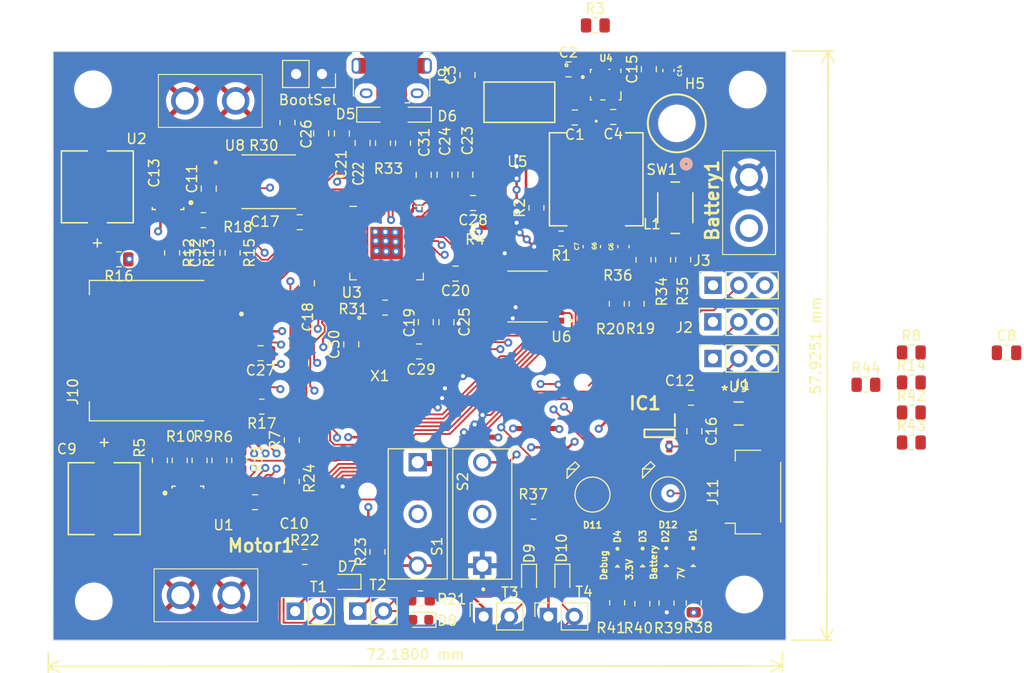
<source format=kicad_pcb>
(kicad_pcb (version 20221018) (generator pcbnew)
  (layers (0 "F.Cu" jumper "Signal") (1 "In1.Cu" power "GND") (2 "In2.Cu" power "7V") (31 "B.Cu" signal "V-Batt") (34 "B.Paste" user) (35 "F.Paste" user) (36 "B.SilkS" user "B.Silkscreen") (37 "F.SilkS" user "F.Silkscreen") (38 "B.Mask" user) (39 "F.Mask" user) (44 "Edge.Cuts" user))
  (net 0 "")
  (net 1 "+BATT")
  (net 2 "GND")
  (net 3 "Net-(U4-SS)")
  (net 4 "+3.3V")
  (net 5 "Net-(U4-BOOT)")
  (net 6 "Net-(U4-SW)")
  (net 7 "+7.5V")
  (net 8 "Net-(U3-VREG_VOUT)")
  (net 9 "Net-(C29-Pad1)")
  (net 10 "Net-(U3-XIN)")
  (net 11 "+5V")
  (net 12 "/Therm1")
  (net 13 "/Therm2")
  (net 14 "/Therm3")
  (net 15 "/Therm4")
  (net 16 "Net-(J8-Pin_2)")
  (net 17 "/Motor 1")
  (net 18 "/Motor 2")
  (net 19 "Net-(U4-FB)")
  (net 20 "Net-(U4-MODE)")
  (net 21 "Fork1")
  (net 22 "+3V3")
  (net 23 "Net-(U1-FAULT_N)")
  (net 24 "Net-(U1-SR)")
  (net 25 "/IPROPI1")
  (net 26 "Net-(U1-ITRIP)")
  (net 27 "Net-(U1-MODE)")
  (net 28 "Net-(U1-DIAG)")
  (net 29 "Net-(U2-SR)")
  (net 30 "Net-(U2-ITRIP)")
  (net 31 "Net-(U2-MODE)")
  (net 32 "Net-(U2-DIAG)")
  (net 33 "Fork2")
  (net 34 "Net-(U2-FAULT_N)")
  (net 35 "/V_Bat_Mon")
  (net 37 "Servo_Current_Sense")
  (net 38 "/MCU/QSPI_SS")
  (net 39 "Net-(U3-XOUT)")
  (net 40 "Net-(J9-D+)")
  (net 41 "Net-(U3-USB_DP)")
  (net 42 "Net-(U3-USB_DM)")
  (net 43 "Net-(D5-A2)")
  (net 44 "Flame_Servo")
  (net 45 "PG")
  (net 46 "IPROPI2")
  (net 47 "Sleep_1")
  (net 48 "DRVOFF1")
  (net 49 "EN_IN1")
  (net 50 "PH_IN1")
  (net 51 "Sleep_2")
  (net 52 "DRVOFF2")
  (net 53 "EN_IN2")
  (net 54 "PH_IN2")
  (net 55 "Enable")
  (net 56 "MUX_Select")
  (net 57 "Therm1{slash}2")
  (net 58 "Therm3{slash}4")
  (net 59 "Net-(D1-Pad2)")
  (net 60 "/MCU/SD_MISO")
  (net 61 "/MCU/SD CSn")
  (net 68 "/MCU/SD CK")
  (net 73 "IPROPI1{slash}2")
  (net 74 "V_Batt{slash}Current")
  (net 75 "/MCU/QSPI_SD3")
  (net 76 "/MCU/QSPI_SCLK")
  (net 77 "/MCU/QSPI_SD0")
  (net 78 "/MCU/QSPI_SD2")
  (net 79 "/MCU/QSPI_SD1")
  (net 82 "/MCU/Transmitter-MCU_RX")
  (net 83 "Net-(D2-Pad2)")
  (net 84 "Net-(D3-Pad2)")
  (net 85 "Net-(D4-Pad2)")
  (net 86 "Net-(R34-Pad1)")
  (net 87 "Net-(R34-Pad2)")
  (net 88 "Net-(R35-Pad2)")
  (net 89 "/MCU/LED")
  (net 90 "/MCU/NEO")
  (net 91 "/MCU/SD_MOSI")
  (net 94 "/MCU/SD_CD")
  (net 95 "Net-(D11-DIN)")
  (net 96 "Net-(D11-DOUT)")
  (net 98 "/MCU/Transmitter-MCU_TX")
  (net 99 "/MCU/OpF-")
  (net 100 "Net-(U9-+)")
  (net 101 "Current_Sense")
  (net 102 "Net-(IC1-EN)")
  (net 104 "Net-(U5-OUTPUT)")
  (footprint "Resistor_SMD:R_0805_2012Metric" (layer "F.Cu") (at 90.16 101.9075 90)
    (fp_text reference "R11")
    (fp_text value "0")
  )
  (footprint "Resistor_SMD:R_0805_2012Metric" (layer "F.Cu") (at 104.29 70.72 -90)
    (fp_text reference "R32" hide)
    (fp_text value "27.4")
  )
  (footprint "chimera:PTS810_CNK" (layer "F.Cu") (at 133.025 77.075 -90)
    (fp_text reference "SW1")
    (fp_text value "PTS810 SJK 250 SMTR LFS")
  )
  (footprint "Capacitor_SMD:C_0805_2012Metric" (layer "F.Cu") (at 87.16 75.195 90)
    (fp_text reference "C11")
    (fp_text value ".1uF")
  )
  (footprint "Resistor_SMD:R_0805_2012Metric" (layer "F.Cu") (at 78.335 82.145 180)
    (fp_text reference "R16")
    (fp_text value "0")
  )
  (footprint "Diode_SMD:D_0603_1608Metric" (layer "F.Cu") (at 100.6375 113.85 180)
    (fp_text reference "D7")
    (fp_text value "SMAJ8.0CA")
  )
  (footprint "Capacitor_SMD:C_0805_2012Metric" (layer "F.Cu") (at 110.525 88.325 90)
    (fp_text reference "C25")
    (fp_text value ".1uF")
  )
  (footprint "chimera:WS2812B" (layer "F.Cu") (at 132.31 105.245)
    (fp_text reference "D12")
    (fp_text value "NeoPixel_THT")
  )
  (footprint "Resistor_SMD:R_0805_2012Metric" (layer "F.Cu") (at 119.375 77.0875 90)
    (fp_text reference "R2")
    (fp_text value "10k")
  )
  (footprint "Diode_SMD:D_0603_1608Metric" (layer "F.Cu") (at 108 117.575 180)
    (fp_text reference "D8")
    (fp_text value "SMAJ8.0CA")
  )
  (footprint "Resistor_SMD:R_0805_2012Metric" (layer "F.Cu") (at 96.6 111.4)
    (fp_text reference "R22")
    (fp_text value "10k")
  )
  (footprint "Capacitor_SMD:C_0805_2012Metric" (layer "F.Cu") (at 98.21 69.76 -90)
    (fp_text reference "C26")
    (fp_text value ".1uF")
  )
  (footprint "Connector_PinSocket_2.54mm:PinSocket_1x03_P2.54mm_Vertical" (layer "F.Cu") (at 136.72 88.295 90)
    (fp_text reference "J2")
    (fp_text value "Fork 2")
  )
  (footprint "chimera:CAPC1810X80N" (layer "F.Cu") (at 126.225 80.895 90)
    (fp_text reference "C6")
    (fp_text value "20uF")
  )
  (footprint "Connector_USB:USB_Micro-B_Amphenol_10118194_Horizontal" (layer "F.Cu") (at 105.14 64.42 180)
    (fp_text reference "J9")
    (fp_text value "USB_B_Micro")
  )
  (footprint "Capacitor_SMD:C_0805_2012Metric" (layer "F.Cu") (at 96.11 78.495)
    (fp_text reference "C17")
    (fp_text value ".1uF")
  )
  (footprint "chimera:SOT95P285X140-5N" (layer "F.Cu") (at 131.485 99.245 -90)
    (fp_text reference "IC1")
    (fp_text value "AP7375-50W5-7" hide)
  )
  (footprint "Capacitor_SMD:C_0805_2012Metric" (layer "F.Cu") (at 111.425 83.55 180)
    (fp_text reference "C20")
    (fp_text value ".1uF")
  )
  (footprint "Connector_PinSocket_2.54mm:PinSocket_1x02_P2.54mm_Vertical" (layer "F.Cu") (at 120.55 117.25 90)
    (fp_text reference "T4")
    (fp_text value "Therm 4")
  )
  (footprint "Resistor_SMD:R_0805_2012Metric" (layer "F.Cu") (at 151.7625 94.475)
    (fp_text reference "R44")
    (fp_text value "500k")
  )
  (footprint "chimera:CAPC1810X80N" (layer "F.Cu") (at 124.525 80.9 90)
    (fp_text reference "C7")
    (fp_text value "20uF")
  )
  (footprint "chimera:WL-SMCD_0603" (layer "F.Cu") (at 132.135 112.245 -90)
    (fp_text reference "D2")
    (fp_text value "WL-SMCD_0603")
  )
  (footprint "chimera:XT30PB" (layer "F.Cu") (at 89.385 115.17 -90)
    (fp_text reference "Motor1")
    (fp_text value "XT30PB" hide)
  )
  (footprint "chimera:WS2812B" (layer "F.Cu") (at 124.885 105.27)
    (fp_text reference "D11")
    (fp_text value "NeoPixel_THT")
  )
  (footprint "Resistor_SMD:R_0805_2012Metric" (layer "F.Cu") (at 129.225 86.5125 -90)
    (fp_text reference "R19")
    (fp_text value "107k")
  )
  (footprint "MountingHole:MountingHole_3.2mm_M3" (layer "F.Cu") (at 75.78 65.43)
    (fp_text reference "H4" hide)
    (fp_text value "MountingHole")
  )
  (footprint "Resistor_SMD:R_0805_2012Metric" (layer "F.Cu") (at 95.325 99.9125 90)
    (fp_text reference "R7")
    (fp_text value "1k")
  )
  (footprint "chimera:ABM8-272-T3_ABR" (layer "F.Cu") (at 103.95 90.43)
    (fp_text reference "X1")
    (fp_text value "ABM8-272-T3")
  )
  (footprint "Resistor_SMD:R_0805_2012Metric" (layer "F.Cu") (at 156.225 91.3)
    (fp_text reference "R8")
    (fp_text value "100m")
  )
  (footprint "Diode_SMD:D_0603_1608Metric" (layer "F.Cu") (at 118.65 113.6125 -90)
    (fp_text reference "D9")
    (fp_text value "SMAJ8.0CA")
  )
  (footprint "MountingHole:MountingHole_3.2mm_M3" (layer "F.Cu") (at 75.86 115.77)
    (fp_text reference "H3" hide)
    (fp_text value "MountingHole")
  )
  (footprint "Resistor_SMD:R_0805_2012Metric" (layer "F.Cu") (at 85.535 81.5075 -90)
    (fp_text reference "R13")
    (fp_text value "0")
  )
  (footprint "Capacitor_SMD:C_0805_2012Metric" (layer "F.Cu") (at 113.14 76.61 180)
    (fp_text reference "C28")
    (fp_text value ".1uF")
  )
  (footprint "Resistor_SMD:R_0805_2012Metric" (layer "F.Cu") (at 106.26 70.72 90)
    (fp_text reference "R33")
    (fp_text value "27.4")
  )
  (footprint "Connector_PinSocket_2.54mm:PinSocket_1x02_P2.54mm_Vertical" (layer "F.Cu") (at 98.29 63.925 -90)
    (fp_text reference "BootSel")
    (fp_text value "Button")
  )
  (footprint "Resistor_SMD:R_0805_2012Metric" (layer "F.Cu") (at 129.9 82.1875 90)
    (fp_text reference "R36")
    (fp_text value "1k")
  )
  (footprint "Capacitor_SMD:C_0805_2012Metric" (layer "F.Cu") (at 100.25 69.77 -90)
    (fp_text reference "C21")
    (fp_text value ".1uF")
  )
  (footprint "Resistor_SMD:R_0805_2012Metric" (layer "F.Cu") (at 156.225 100.15)
    (fp_text reference "R43")
    (fp_text value "500k")
  )
  (footprint "Resistor_SMD:R_0805_2012Metric" (layer "F.Cu") (at 89.51 81.5075 -90)
    (fp_text reference "R15")
    (fp_text value "0")
  )
  (footprint "Package_DFN_QFN:QFN-56-1EP_7x7mm_P0.4mm_EP3.2x3.2mm" (layer "F.Cu") (at 104.6425 80.55)
    (fp_text reference "U3")
    (fp_text value "RP2040")
  )
  (footprint "chimera:IC_74HC138PW-Q100_118" (layer "F.Cu") (at 118.5 85.8 180)
    (fp_text reference "U6")
    (fp_text value "74CBTLV3257BQ_115")
  )
  (footprint "Capacitor_SMD:C_0805_2012Metric" (layer "F.Cu") (at 87.535 81.5075 90)
    (fp_text reference "C32")
    (fp_text value ".1uF")
  )
  (footprint "Connector_PinSocket_2.54mm:PinSocket_1x02_P2.54mm_Vertical" (layer "F.Cu") (at 95.66 116.73 90)
    (fp_text reference "T1")
    (fp_text value "Therm 1")
  )
  (footprint "chimera:PCAP_6.3x7.7-ELECT_NCA-M" (layer "F.Cu") (at 76.885 105.67 -90)
    (fp_text reference "C9")
    (fp_text value "100uF")
  )
  (footprint "Capacitor_SMD:C_0805_2012Metric" (layer "F.Cu") (at 91.71 106.02 180)
    (fp_text reference "C10")
    (fp_text value ".1uF")
  )
  (footprint "Capacitor_SMD:C_0805_2012Metric" (layer "F.Cu") (at 122.525 63.475)
    (fp_text reference "C2")
    (fp_text value "10uf")
  )
  (footprint "rocketry_footprints:SW_D2F-01F" (layer "F.Cu") (at 107.7 107.17 -90)
    (fp_text reference "S2")
    (fp_text value "D2F-01F")
  )
  (footprint "chimera:IND_IHLP-3232DZ_VIS-L" (layer "F.Cu") (at 125.25 74.275 -90)
    (fp_text reference "L1")
    (fp_text value "2.2uH")
  )
  (footprint "Diode_SMD:D_0603_1608Metric" (layer "F.Cu") (at 107.56 67.92 180)
    (fp_text reference "D6")
    (fp_text value "SMAJ8.0CA")
  )
  (footprint "Resistor_SMD:R_0805_2012Metric" (layer "F.Cu") (at 107.975 115.475)
    (fp_text reference "R21")
    (fp_text value "10k")
  )
  (footprint "Resistor_SMD:R_0805_2012Metric" (layer "F.Cu") (at 86.26 101.9075 90)
    (fp_text reference "R9")
    (fp_text value "0")
  )
  (footprint "Capacitor_SMD:C_0805_2012Metric" (layer "F.Cu") (at 165.585 91.33)
    (fp_text reference "C8")
    (fp_text value ".1uF")
  )
  (footprint "Resistor_SMD:R_0805_2012Metric" (layer "F.Cu") (at 82.36 101.9075 -90)
    (fp_text reference "R5")
    (fp_text value "10k")
  )
  (footprint "Connector_PinSocket_2.54mm:PinSocket_1x03_P2.54mm_Vertical" (layer "F.Cu") (at 136.73 91.895 90)
    (fp_text reference "J1")
    (fp_text value "Fork 1")
  )
  (footprint "Resistor_SMD:R_0805_2012Metric" (layer "F.Cu") (at 103.75 110.9 90)
    (fp_text reference "R23")
    (fp_text value "10k")
  )
  (footprint "Capacitor_SMD:C_0805_2012Metric" (layer "F.Cu") (at 134.9 99.05 -90)
    (fp_text reference "C16")
    (fp_text value "10uF")
  )
  (footprint "MountingHole:MountingHole_3.2mm_M3" (layer "F.Cu") (at 133.175 68.775)
    (fp_text reference "H5")
    (fp_text value "Switch")
  )
  (footprint "chimera:CONV_TPS56837RPAR" (layer "F.Cu") (at 126.18 64.975)
    (fp_text reference "U4")
    (fp_text value "TPS56837RPAR")
  )
  (footprint "chimera:CAPC1810X80N" (layer "F.Cu") (at 132.35 63.58 -90)
    (fp_text reference "C14")
    (fp_text value "20uF")
  )
  (footprint "Resistor_SMD:R_0805_2012Metric" (layer "F.Cu") (at 94.9 68.7 -90)
    (fp_text reference "R30")
    (fp_text value "1k")
  )
  (footprint "Resistor_SMD:R_0805_2012Metric" (layer "F.Cu") (at 83.56 81.5075 -90)
    (fp_text reference "R12")
    (fp_text value "0")
  )
  (footprint "Capacitor_SMD:C_0805_2012Metric" (layer "F.Cu") (at 101.17 90.5 90)
    (fp_text reference "C30")
    (fp_text value "15pF")
  )
  (footprint "chimera:HRS_DM3CS-SF" (layer "F.Cu") (at 82.4775 91.32 90)
    (fp_text reference "J10")
    (fp_text value "DM3CS-SF")
  )
  (footprint "Capacitor_SMD:C_0805_2012Metric" (layer "F.Cu") (at 102.285 70.7075 -90)
    (fp_text reference "C22")
    (fp_text value ".1uF")
  )
  (footprint "Resistor_SMD:R_0805_2012Metric" (layer "F.Cu") (at 132.16 115.9325 90)
    (fp_text reference "R39")
    (fp_text value "1k")
  )
  (footprint "Resistor_SMD:R_0805_2012Metric" (layer "F.Cu") (at 113.3375 78.55 180)
    (fp_text reference "R4")
    (fp_text value "100k")
  )
  (footprint "Resistor_SMD:R_0805_2012Metric" (layer "F.Cu") (at 84.31 101.9075 90)
    (fp_text reference "R10")
    (fp_text value "0")
  )
  (footprint "chimera:PCAP_6.3x7.7-ELECT_NCA-M" (layer "F.Cu") (at 76.21 75.02 90)
    (fp_text reference "C13")
    (fp_text value "100uF")
  )
  (footprint "MountingHole:MountingHole_3.2mm_M3" (layer "F.Cu") (at 139.81 115.095)
    (fp_text reference "H2" hide)
    (fp_text value "MountingHole")
  )
  (footprint "Resistor_SMD:R_0805_2012Metric" (layer "F.Cu") (at 104.4975 86.89)
    (fp_text reference "R31")
    (fp_text value "1k")
  )
  (footprint "chimera:SOT223_DIO-M" (layer "F.Cu") (at 117.7 66.7 180)
    (fp_text reference "U5")
    (fp_text value "AZ1117CH2-3.3TRG1")
  )
  (footprint "Resistor_SMD:R_0805_2012Metric" (layer "F.Cu") (at 86.635 78.295 180)
    (fp_text reference "R18")
    (fp_text value "10k")
  )
  (footprint "Diode_SMD:D_0603_1608Metric" (layer "F.Cu") (at 103.1975 67.92)
    (fp_text reference "D5")
    (fp_text value "SMAJ8.0CA")
  )
  (footprint "Capacitor_SMD:C_0805_2012Metric" (layer "F.Cu") (at 108.29 73.84 -90)
    (fp_text reference "C31")
    (fp_text value "1uF")
  )
  (footprint "Capacitor_SMD:C_0805_2012Metric" (layer "F.Cu") (at 112.39 73.82 -90)
    (fp_text reference "C23")
    (fp_text value ".1uF")
  )
  (footprint "Resistor_SMD:R_0805_2012Metric_Pad1.20x1.40mm_HandSolder" (layer "F.Cu") (at 119.085 106.945 180)
    (fp_text reference "R37")
    (fp_text value "300")
  )
  (footprint "Capacitor_SMD:C_0805_2012Metric" (layer "F.Cu") (at 107.84 91.2)
    (fp_text reference "C29")
    (fp_text value "15pF")
  )
  (footprint "Capacitor_SMD:C_0805_2012Metric" (layer "F.Cu") (at 126.925 68.15 180)
    (fp_text reference "C4")
    (fp_text value ".1uF")
  )
  (footprint "Connector_JST:JST_SH_SM06B-SRSS-TB_1x06-1MP_P1.00mm_Horizontal" (layer "F.Cu") (at 140.7 105.025 90)
    (fp_text reference "J11")
    (fp_text value "Reciver")
  )
  (footprint "Resistor_SMD:R_0805_2012Metric" (layer "F.Cu") (at 127.275 86.5125 90)
    (fp_text reference "R20")
    (fp_text value "10k")
  )
  (footprint "Connector_PinSocket_2.54mm:PinSocket_1x02_P2.54mm_Vertical" (layer "F.Cu") (at 114.185 117.25 90)
    (fp_text reference "T3")
    (fp_text value "Therm 3")
  )
  (footprint "Resistor_SMD:R_0805_2012Metric" (layer "F.Cu") (at 156.225 97.2)
    (fp_text reference "R42")
    (fp_text value "10k")
  )
  (footprint "Resistor_SMD:R_0805_2012Metric" (layer "F.Cu") (at 129.785 115.995 -90)
    (fp_text reference "R40")
    (fp_text value "60")
  )
  (footprint "Connector_PinSocket_2.54mm:PinSocket_1x02_P2.54mm_Vertical" (layer "F.Cu") (at 101.805 116.72 90)
    (fp_text reference "T2")
    (fp_text value "Therm 2")
  )
  (footprint "chimera:CAPC1810X80N" (layer "F.Cu") (at 127.925 80.895 90)
    (fp_text reference "C5")
    (fp_text value "20uF")
  )
  (footprint "Capacitor_SMD:C_0805_2012Metric" (layer "F.Cu") (at 134.575 95.75 180)
    (fp_text reference "C12")
    (fp_text value "1uF")
  )
  (footprint "Resistor_SMD:R_0805_2012Metric" (layer "F.Cu") (at 134.835 115.9325 -90)
    (fp_text reference "R38")
    (fp_text value "3k")
  )
  (footprint "Capacitor_SMD:C_0805_2012Metric" (layer "F.Cu") (at 110.34 73.83 -90)
    (fp_text reference "C24")
    (fp_text value "1uF")
  )
  (footprint "Resistor_SMD:R_0805_2012Metric" (layer "F.Cu") (at 121.8 80.1 180)
    (fp_text reference "R1")
    (fp_text value "107k")
  )
  (footprint "chimera:RYJ0016A-MFG" (layer "F.Cu") (at 83.16 74.194999 180)
    (fp_text reference "U2")
    (fp_text value "DRV8244HQRYJRQ1")
  )
  (footprint "MountingHole:MountingHole_3.2mm_M3" (layer "F.Cu") (at 140.14 65.46)
    (fp_text reference "H1" hide)
    (fp_text value "MountingHole")
  )
  (footprint "Connector_PinSocket_2.54mm:PinSocket_1x03_P2.54mm_Vertical" (layer "F.Cu") (at 136.735 84.695 90)
    (fp_text reference "J3")
    (fp_text value "Flamethrower")
  )
  (footprint "chimera:WL-SMCD_0603" (layer "F.Cu") (at 129.81 112.27 -90)
    (fp_text reference "D3")
    (fp_text value "WL-SMCD_0603")
  )
  (footprint "Diode_SMD:D_0603_1608Metric" (layer "F.Cu") (at 121.925 113.6 -90)
    (fp_text reference "D10")
    (fp_text value "SMAJ8.0CA")
  )
  (footprint "chimera:SOIC127P790X216-8N" (layer "F.Cu") (at 93.06 74.52)
    (fp_text reference "U8")
    (fp_text value "W25Q128JVSIQ")
  )
  (footprint "Capacitor_SMD:C_0805_2012Metric" (layer "F.Cu") (at 108.5 88.315 90)
    (fp_text reference "C19")
    (fp_text value ".1uF")
  )
  (footprint "chimera:XT30PB" (layer "F.Cu") (at 89.81 66.57 -90)
    (fp_text reference "Motor2" hide)
    (fp_text value "XT30PB" hide)
  )
  (footprint "chimera:WL-SMCD_0603" (layer "F.Cu") (at 127.335 112.295 -90)
    (fp_text reference "D4")
    (fp_text value "WL-SMCD_0603")
  )
  (footprint "Capacitor_SMD:C_0805_2012Metric" (layer "F.Cu") (at 112.6 64.025 90)
    (fp_text reference "C3")
    (fp_text value "22uf")
  )
  (footprint "Capacitor_SMD:C_0805_2012Metric" (layer "F.Cu") (at 92.25 91.375 180)
    (fp_text reference "C27")
    (fp_text value ".1uF")
  )
  (footprint "rocketry_footprints:SW_D2F-01F" (layer "F.Cu") (at 114.05 107.18 90)
    (fp_text reference "S1")
    (fp_text value "D2F-01F")
  )
  (footprint "chimera:SC70-5_LT_MCH-M" (layer "F.Cu") (at 139.25 97.3)
    (fp_text reference "U9")
    (fp_text value "OpAmp")
  )
  (footprint "chimera:RYJ0016A-MFG" (layer "F.Cu") (at 85.11 107.495)
    (fp_text reference "U1")
    (fp_text value "DRV8244HQRYJRQ1")
  )
  (footprint "Resistor_SMD:R_0805_2012Metric" (layer "F.Cu") (at 133.8 82.175 90)
    (fp_text reference "R35")
    (fp_text value "1k")
  )
  (footprint "Resistor_SMD:R_0805_2012Metric" (layer "F.Cu") (at 95.325 103.975 90)
    (fp_text reference "R24")
    (fp_text value "10k")
  )
  (footprint "Resistor_SMD:R_0805_2012Metric" (layer "F.Cu") (at 125.1625 59.15)
    (fp_text reference "R3")
    (fp_text value "374k")
  )
  (footprint "Capacitor_SMD:C_0805_2012Metric" (layer "F.Cu") (at 130.425 63.45 -90)
    (fp_text reference "C15")
    (fp_text value ".1uF")
  )
  (footprint "Resistor_SMD:R_0805_2012Metric" (layer "F.Cu") (at 131.825 82.1875 -90)
    (fp_text reference "R34")
    (fp_text value "1k")
  )
  (footprint "chimera:XT30PB" (layer "F.Cu") (at 140.275 74.075)
    (fp_text reference "Battery1")
    (fp_text value "XT30PB" hide)
  )
  (footprint "Resistor_SMD:R_0805_2012Metric" (layer "F.Cu") (at 88.21 101.9075 90)
    (fp_text reference "R6")
    (fp_text value "0")
  )
  (footprint "Capacitor_SMD:C_0805_2012Metric" (layer "F.Cu") (at 96.81 84.495 90)
    (fp_text reference "C18")
    (fp_text value ".1uF")
  )
  (footprint "Resistor_SMD:R_0805_2012Metric" (layer "F.Cu") (at 156.225 94.25)
    (fp_text reference "R14")
    (fp_text value "10k")
  )
  (footprint "Capacitor_SMD:C_0805_2012Metric" (layer "F.Cu") (at 123.15 68.2 180)
    (fp_text reference "C1")
    (fp_text value "22uF")
  )
  (footprint "chimera:WL-SMCD_0603" (layer "F.Cu") (at 134.785 112.245 -90)
    (fp_text reference "D1")
    (fp_text value "WL-SMCD_0603")
  )
  (footprint "Resistor_SMD:R_0805_2012Metric" (layer "F.Cu") (at 127.31 115.9075 -90)
    (fp_text reference "R41")
    (fp_text value "60")
  )
  (footprint "Resistor_SMD:R_0805_2012Metric" (layer "F.Cu") (at 92.375 96.625 180)
    (fp_text reference "R17")
    (fp_text value "1k")
  )
  (gr_circle (center 133.175 68.775) (end 136.025 68.775) (stroke (width 0.2)) (fill none) (layer "F.SilkS"))
  (gr_rect (start 71.87 61.72) (end 143.91 119.585) (stroke (width 0.1)) (fill none) (layer "Edge.Cuts"))
  (gr_text "Battery\n" (at 131.275 113.725 90) (layer "F.SilkS") (effects (font (size 0.64 0.64) (thickness 0.15) bold) (justify left bottom)))
  (gr_text "3.3V" (at 128.9 113.775 90) (layer "F.SilkS") (effects (font (size 0.64 0.64) (thickness 0.15) bold) (justify left bottom)))
  (gr_text "7V" (at 133.975 113.7 90) (layer "F.SilkS") (effects (font (size 0.64 0.64) (thickness 0.15) bold) (justify left bottom)))
  (gr_text "Debug" (at 126.375 113.775 90) (layer "F.SilkS") (effects (font (size 0.64 0.64) (thickness 0.15) bold) (justify left bottom)))
  (dimension (type aligned) (layer "F.SilkS") (pts (xy 144.03 61.66) (xy 143.91 119.585)) (height -4.008317) (gr_text "57.9251 mm" (at 146.82831 90.628422 89.88130369) (layer "F.SilkS") (effects (font (size 1 1) (thickness 0.15)))) (format (prefix "") (suffix "") (units 3) (units_format 1) (precision 4)) (style (thickness 0.15) (arrow_length 1.27) (text_position_mode 0) (extension_height 0.58642) (extension_offset 0.5) keep_text_aligned))
  (dimension (type aligned) (layer "F.SilkS") (pts (xy 71.377974 120.347256) (xy 143.557974 120.267256)) (height 1.827745) (gr_text "72.1800 mm" (at 107.468725 120.985001 0.06350319319) (layer "F.SilkS") (effects (font (size 1 1) (thickness 0.15)))) (format (prefix "") (suffix "") (units 3) (units_format 1) (precision 4)) (style (thickness 0.15) (arrow_length 1.27) (text_position_mode 0) (extension_height 0.58642) (extension_offset 0.5) keep_text_aligned))
  (segment (start 129.9 83.1) (end 129.9 84.925) (width 0.25) (layer "F.Cu") (net 1))
  (segment (start 132.35 64.45) (end 132.35 65.6) (width 0.5) (layer "F.Cu") (net 1))
  (segment (start 128.08 65.275) (end 128.475 65.275) (width 0.5) (layer "F.Cu") (net 1))
  (segment (start 130.475 64.45) (end 130.425 64.4) (width 0.5) (layer "F.Cu") (net 1))
  (segment (start 132.35 64.45) (end 133.6 64.45) (width 0.5) (layer "F.Cu") (net 1))
  (segment (start 130.425 64.4) (end 129.125 64.4) (width 0.5) (layer "F.Cu") (net 1))
  (segment (start 129.125 64.4) (end 128.975 64.55) (width 0.5) (layer "F.Cu") (net 1))
  (segment (start 127.13 63.645) (end 127.25 63.525) (width 0.5) (layer "F.Cu") (net 1))
  (segment (start 85.11 106.794999) (end 89.985001 106.794999) (width 0.5) (layer "F.Cu") (net 1))
  (segment (start 128.075 63.15) (end 128.1 63.175) (width 0.5) (layer "F.Cu") (net 1))
  (segment (start 127.25 63.525) (end 125.975 62.25) (width 0.5) (layer "F.Cu") (net 1))
  (segment (start 127.25 63.525) (end 127.625 63.15) (width 0.5) (layer "F.Cu") (net 1))
  (segment (start 87.16 74.245) (end 86.51 74.895) (width 0.5) (layer "F.Cu") (net 1))
  (segment (start 83.16 74.895) (end 80.61 74.895) (width 0.5) (layer "F.Cu") (net 1))
  (segment (start 121.1734 62.25) (end 120 63.4234) (width 0.5) (layer "F.Cu") (net 1))
  (segment (start 132.35 64.45) (end 130.475 64.45) (width 0.5) (layer "F.Cu") (net 1))
  (segment (start 128.2 64.325) (end 127.13 64.325) (width 0.5) (layer "F.Cu") (net 1))
  (segment (start 128.2 64.325) (end 128.65 63.875) (width 0.5) (layer "F.Cu") (net 1))
  (segment (start 127.13 64.325) (end 128.08 65.275) (width 0.5) (layer "F.Cu") (net 1))
  (segment (start 125.975 62.25) (end 121.1734 62.25) (width 0.5) (layer "F.Cu") (net 1))
  (segment (start 133.6 64.45) (end 133.65 64.4) (width 0.5) (layer "F.Cu") (net 1))
  (segment (start 129.9 84.925) (end 129.225 85.6) (width 0.25) (layer "F.Cu") (net 1))
  (segment (start 89.985001 106.794999) (end 90.76 106.02) (width 0.5) (layer "F.Cu") (net 1))
  (segment (start 127.13 64.325) (end 127.13 63.645) (width 0.5) (layer "F.Cu") (net 1))
  (segment (start 127.625 63.15) (end 128.075 63.15) (width 0.5) (layer "F.Cu") (net 1))
  (segment (start 86.51 74.895) (end 83.16 74.895) (width 0.5) (layer "F.Cu") (net 1))
  (segment (start 80.61 74.895) (end 79.935 74.22) (width 0.5) (layer "F.Cu") (net 1))
  (segment (start 132.35 65.6) (end 132.55 65.8) (width 0.5) (layer "F.Cu") (net 1))
  (via (at 132.185 116.845) (size 0.8) (drill 0.4) (layers "F.Cu" "B.Cu") (net 1))
  (segment (start 117.425 73.025) (end 117.425 72.025) (width 0.25) (layer "F.Cu") (net 2))
  (segment (start 117.425 77.5) (end 117.425 76.5) (width 0.25) (layer "F.Cu") (net 2))
  (segment (start 117.425 79.2) (end 117.425 78.55) (width 0.25) (layer "F.Cu") (net 2))
  (segment (start 117.425 70.2516) (end 117.7 69.9766) (width 0.25) (layer "F.Cu") (net 2))
  (segment (start 117.425 76.5) (end 117.425 75.3) (width 0.25) (layer "F.Cu") (net 2))
  (segment (start 115.575 87.425) (end 116.575 87.425) (width 0.1778) (layer "F.Cu") (net 2))
  (segment (start 119.15 80.925) (end 119.15 80.9) (width 0.25) (layer "F.Cu") (net 2))
  (segment (start 117.425 75.3) (end 117.425 74.2) (width 0.25) (layer "F.Cu") (net 2))
  (segment (start 117.15 86.85) (end 117.325 86.85) (width 0.1778) (layer "F.Cu") (net 2))
  (segment (start 117.725 79.5) (end 117.425 79.2) (width 0.25) (layer "F.Cu") (net 2))
  (segment (start 119.475 81.25) (end 119.15 80.925) (width 0.25) (layer "F.Cu") (net 2))
  (segment (start 117.425 71.975) (end 117.425 70.2516) (width 0.25) (layer "F.Cu") (net 2))
  (segment (start 118.4 80.175) (end 117.725 79.5) (width 0.25) (layer "F.Cu") (net 2))
  (segment (start 116.575 87.425) (end 117.15 86.85) (width 0.1778) (layer "F.Cu") (net 2))
  (segment (start 117.425 74.2) (end 117.425 73.025) (width 0.25) (layer "F.Cu") (net 2))
  (segment (start 119.15 80.9) (end 119.125 80.9) (width 0.25) (layer "F.Cu") (net 2))
  (segment (start 117.325 86.60041) (end 117.325 86.85) (width 0.1778) (layer "F.Cu") (net 2))
  (segment (start 118.425 80.2) (end 118.425 80.175) (width 0.25) (layer "F.Cu") (net 2))
  (segment (start 119.125 80.9) (end 118.425 80.2) (width 0.25) (layer "F.Cu") (net 2))
  (segment (start 117.425 72.025) (end 117.4 72) (width 0.25) (layer "F.Cu") (net 2))
  (segment (start 127.41 81.25) (end 119.475 81.25) (width 0.25) (layer "F.Cu") (net 2))
  (segment (start 117.4 72) (end 117.425 71.975) (width 0.25) (layer "F.Cu") (net 2))
  (segment (start 120.50041 83.425) (end 117.325 86.60041) (width 0.1778) (layer "F.Cu") (net 2))
  (segment (start 121.425 83.425) (end 120.50041 83.425) (width 0.1778) (layer "F.Cu") (net 2))
  (segment (start 127.925 81.765) (end 127.41 81.25) (width 0.25) (layer "F.Cu") (net 2))
  (segment (start 117.425 78.55) (end 117.425 77.5) (width 0.25) (layer "F.Cu") (net 2))
  (segment (start 118.425 80.175) (end 118.4 80.175) (width 0.25) (layer "F.Cu") (net 2))
  (via (at 117.425 78.55) (size 0.8) (drill 0.4) (layers "F.Cu" "B.Cu") (net 2))
  (via (at 104.6 81.37) (size 0.8) (drill 0.4) (layers "F.Cu" "B.Cu") (net 2))
  (via (at 103.65 81.33) (size 0.8) (drill 0.4) (layers "F.Cu" "B.Cu") (net 2))
  (via (at 105.58 81.37) (size 0.8) (drill 0.4) (layers "F.Cu" "B.Cu") (net 2))
  (via (at 117.425 76.5) (size 0.8) (drill 0.4) (layers "F.Cu" "B.Cu") (net 2))
  (via (at 117.425 77.5) (size 0.8) (drill 0.4) (layers "F.Cu" "B.Cu") (net 2))
  (via (at 105.49 79.48) (size 0.8) (drill 0.4) (layers "F.Cu" "B.Cu") (net 2))
  (via (at 103.53 79.43) (size 0.8) (drill 0.4) (layers "F.Cu" "B.Cu") (net 2))
  (via (at 103.58 80.33) (size 0.8) (drill 0.4) (layers "F.Cu" "B.Cu") (net 2))
  (via (at 117.425 73.025) (size 0.8) (drill 0.4) (layers "F.Cu" "B.Cu") (net 2))
  (via (at 117.425 74.2) (size 0.8) (drill 0.4) (layers "F.Cu" "B.Cu") (net 2))
  (via (at 118.425 80.175) (size 0.8) (drill 0.4) (layers "F.Cu" "B.Cu") (net 2))
  (via (at 117.725 79.5) (size 0.8) (drill 0.4) (layers "F.Cu" "B.Cu") (net 2))
  (via (at 119.15 80.9) (size 0.8) (drill 0.4) (layers "F.Cu" "B.Cu") (net 2))
  (via (at 117.325 86.85) (size 0.8) (drill 0.4) (layers "F.Cu" "B.Cu") (net 2))
  (via (at 117.4 72) (size 0.8) (drill 0.4) (layers "F.Cu" "B.Cu") (net 2))
  (via (at 105.53 80.42) (size 0.8) (drill 0.4) (layers "F.Cu" "B.Cu") (net 2))
  (via (at 104.56 80.35) (size 0.8) (drill 0.4) (layers "F.Cu" "B.Cu") (net 2))
  (via (at 104.52 79.45) (size 0.8) (drill 0.4) (layers "F.Cu" "B.Cu") (net 2))
  (via (at 117.425 75.3) (size 0.8) (drill 0.4) (layers "F.Cu" "B.Cu") (net 2))
  (segment (start 124.1 68.2) (end 124.675 67.625) (width 0.1778) (layer "F.Cu") (net 3))
  (segment (start 124.675 67.625) (end 124.675 66.95) (width 0.1778) (layer "F.Cu") (net 3))
  (segment (start 124.675 66.95) (end 125.25 66.375) (width 0.1778) (layer "F.Cu") (net 3))
  (segment (start 108.08 77.95) (end 108.4525 77.5775) (width 0.1778) (layer "F.Cu") (net 4))
  (segment (start 101.205 77.95) (end 97.605 77.95) (width 0.1778) (layer "F.Cu") (net 4))
  (segment (start 116.816458 88.175) (end 115.575 88.175) (width 0.25) (layer "F.Cu") (net 4))
  (segment (start 107.561838 77.95) (end 108.08 77.95) (width 0.1778) (layer "F.Cu") (net 4))
  (segment (start 100.25 70.72) (end 101.3475 70.72) (width 0.1778) (layer "F.Cu") (net 4))
  (segment (start 108.4525 77.5775) (end 109.02 77.01) (width 0.1778) (layer "F.Cu") (net 4))
  (segment (start 102.4725 71.6575) (end 102.285 71.6575) (width 0.1778) (layer "F.Cu") (net 4))
  (segment (start 101.3475 70.72) (end 102.285 71.6575) (width 0.1778) (layer "F.Cu") (net 4))
  (segment (start 117.045729 87.945729) (end 116.816458 88.175) (width 0.25) (layer "F.Cu") (net 4))
  (segment (start 111.575 88.45) (end 111.325 88.2) (width 0.25) (layer "F.Cu") (net 4))
  (segment (start 102.75 83.075) (end 102.075 82.4) (width 0.1778) (layer "F.Cu") (net 4))
  (segment (start 108.296022 77.5775) (end 107.858419 77.139897) (width 0.1778) (layer "F.Cu") (net 4))
  (segment (start 97.605 77.95) (end 97.2773 78.2777) (width 0.1778) (layer "F.Cu") (net 4))
  (segment (start 104.448162 83.075) (end 102.75 83.075) (width 0.1778) (layer "F.Cu") (net 4))
  (segment (start 112.39 74.77) (end 111.95 74.77) (width 0.1778) (layer "F.Cu") (net 4))
  (segment (start 102.85 106.5) (end 102.85 106.525) (width 0.25) (layer "F.Cu") (net 4))
  (segment (start 105.2425 78.1075) (end 105.075 78.275) (width 0.1778) (layer "F.Cu") (net 4))
  (segment (start 120.55 113.425) (end 120.55 117.25) (width 0.25) (layer "F.Cu") (net 4))
  (segment (start 108.08 81.55) (end 108.866742 81.55) (width 0.1778) (layer "F.Cu") (net 4))
  (segment (start 107.025 76.325) (end 106.8425 76.5075) (width 0.1778) (layer "F.Cu") (net 4))
  (segment (start 104.8425 77.1125) (end 104.8425 75.69682) (width 0.1778) (layer "F.Cu") (net 4))
  (segment (start 114.185 116.39) (end 114.185 117.25) (width 0.25) (layer "F.Cu") (net 4))
  (segment (start 110.13 76.59) (end 108.408316 76.59) (width 0.1778) (layer "F.Cu") (net 4))
  (segment (start 111.725 88.6) (end 111.725 88.45) (width 0.25) (layer "F.Cu") (net 4))
  (segment (start 107.7 112.25) (end 102.85 107.4) (width 0.25) (layer "F.Cu") (net 4))
  (segment (start 114.94746 115.2775) (end 118.39996 111.825) (width 0.25) (layer "F.Cu") (net 4))
  (segment (start 107.043522 76.325) (end 107.858419 77.139897) (width 0.1778) (layer "F.Cu") (net 4))
  (segment (start 107.7 112.25) (end 110.045 112.25) (width 0.25) (layer "F.Cu") (net 4))
  (segment (start 109.5778 82.6528) (end 110.7 83.775) (width 0.1778) (layer "F.Cu") (net 4))
  (segment (start 104.8425 83.469338) (end 104.448162 83.075) (width 0.1778) (layer "F.Cu") (net 4))
  (segment (start 106.275 112.25) (end 101.805 116.72) (width 0.25) (layer "F.Cu") (net 4))
  (segment (start 101.723162 77.95) (end 101.205 77.95) (width 0.1778) (layer "F.Cu") (net 4))
  (segment (start 107.567548 87.365) (end 108.5 87.365) (width 0.1778) (layer "F.Cu") (net 4))
  (segment (start 99.855 81.55) (end 97.86 83.545) (width 0.1778) (layer "F.Cu") (net 4))
  (segment (start 105.2425 77.1125) (end 105.2425 75.73962) (width 0.1778) (layer "F.Cu") (net 4))
  (segment (start 107.885816 77.1125) (end 107.2425 77.1125) (width 0.1778) (layer "F.Cu") (net 4))
  (segment (start 108.866742 81.55) (end 109.5778 82.261058) (width 0.1778) (layer "F.Cu") (net 4))
  (segment (start 112.05 88.925) (end 111.725 88.6) (width 0.25) (layer "F.Cu") (net 4))
  (segment (start 111.725 88.45) (end 111.575 88.45) (width 0.25) (layer "F.Cu") (net 4))
  (segment (start 100.875 99.625) (end 102.325 99.625) (width 0.25) (layer "F.Cu") (net 4))
  (segment (start 112.05 89.9) (end 112.05 88.925) (width 0.25) (layer "F.Cu") (net 4))
  (segment (start 104.8425 78.0425) (end 104.95 78.15) (width 0.1778) (layer "F.Cu") (net 4))
  (segment (start 88.8275 91.42) (end 91.255 91.42) (width 0.1778) (layer "F.Cu") (net 4))
  (segment (start 102.325 99.625) (end 112.05 89.9) (width 0.25) (layer "F.Cu") (net 4))
  (segment (start 102.175 81.098162) (end 102.175 78.401838) (width 0.1778) (layer "F.Cu") (net 4))
  (segment (start 99.855 112.25) (end 95.375 116.73) (width 0.25) (layer "F.Cu") (net 4))
  (segment (start 106.8425 76.5075) (end 106.8425 77.1125) (width 0.1778) (layer "F.Cu") (net 4))
  (segment (start 104.8425 83.9875) (end 104.8425 84.639952) (width 0.1778) (layer "F.Cu") (net 4))
  (segment (start 109.335 88.2) (end 108.5 87.365) (width 0.25) (layer "F.Cu") (net 4))
  (segment (start 108.08 81.55) (end 107.561838 81.55) (width 0.1778) (layer "F.Cu") (net 4))
  (segment (start 107.7 112.25) (end 106.275 112.25) (width 0.25) (layer "F.Cu") (net 4))
  (segment (start 107.561838 81.55) (end 107.1028 81.090962) (width 0.1778) (layer "F.Cu") (net 4))
  (segment (start 113.0725 115.2775) (end 114.185 116.39) (width 0.25) (layer "F.Cu") (net 4))
  (segment (start 97.86 83.545) (end 96.81 83.545) (width 0.1778) (layer "F.Cu") (net 4))
  (segment (start 102.075 82.4) (end 102.075 81.901838) (width 0.1778) (layer "F.Cu") (net 4))
  (segment (start 104.8425 77.1125) (end 104.8425 78.0425) (width 0.1778) (layer "F.Cu") (net 4))
  (segment (start 108.4525 77.5775) (end 108.296022 77.5775) (width 0.1778) (layer "F.Cu") (net 4))
  (segment (start 102.075 81.901838) (end 101.723162 81.55) (width 0.1778) (layer "F.Cu") (net 4))
  (segment (start 105.075 78.275) (end 104.95 78.15) (width 0.1778) (layer "F.Cu") (net 4))
  (segment (start 118.95 111.825) (end 120.55 113.425) (width 0.25) (layer "F.Cu") (net 4))
  (segment (start 101.205 81.55) (end 99.855 81.55) (width 0.1778) (layer "F.Cu") (net 4))
  (segment (start 104.8425 84.639952) (end 107.567548 87.365) (width 0.1778) (layer "F.Cu") (net 4))
  (segment (start 107.17 76.18) (end 107.025 76.325) (width 0.1778) (layer "F.Cu") (net 4))
  (segment (start 107.025 76.325) (end 107.043522 76.325) (width 0.1778) (layer "F.Cu") (net 4))
  (segment (start 105.2425 77.1125) (end 105.2425 78.1075) (width 0.1778) (layer "F.Cu") (net 4))
  (segment (start 107.7 112.25) (end 99.855 112.25) (width 0.25) (layer "F.Cu") (net 4))
  (segment (start 110.34 74.78) (end 108.94 76.18) (width 0.1778) (layer "F.Cu") (net 4))
  (segment (start 110.045 112.25) (end 113.0725 115.2775) (width 0.25) (layer "F.Cu") (net 4))
  (segment (start 104.8425 75.69682) (end 105.0211 75.51822) (width 0.1778) (layer "F.Cu") (net 4))
  (segment (start 105.0211 74.2061) (end 102.4725 71.6575) (width 0.1778) (layer "F.Cu") (net 4))
  (segment (start 105.0211 75.51822) (end 105.0211 74.2061) (width 0.1778) (layer "F.Cu") (net 4))
  (segment (start 118.39996 111.825) (end 118.95 111.825) (width 0.25) (layer "F.Cu") (net 4))
  (segment (start 109.5778 82.261058) (end 109.5778 82.6528) (width 0.1778) (layer "F.Cu") (net 4))
  (segment (start 91.255 91.42) (end 91.3 91.375) (width 0.1778) (layer "F.Cu") (net 4))
  (segment (start 111.325 88.2) (end 109.335 88.2) (width 0.25) (layer "F.Cu") (net 4))
  (segment (start 101.205 81.55) (end 101.723162 81.55) (width 0.1778) (layer "F.Cu") (net 4))
  (segment (start 108.94 76.18) (end 107.17 76.18) (width 0.1778) (layer "F.Cu") (net 4))
  (segment (start 105.2425 75.73962) (end 105.0211 75.51822) (width 0.1778) (layer "F.Cu") (net 4))
  (segment (start 101.723162 81.55) (end 102.175 81.098162) (width 0.1778) (layer "F.Cu") (net 4))
  (segment (start 104.8425 83.9875) (end 104.8425 83.469338) (width 0.1778) (layer "F.Cu") (net 4))
  (segment (start 113.0725 115.2775) (end 114.94746 115.2775) (width 0.25) (layer "F.Cu") (net 4))
  (segment (start 108.408316 76.59) (end 107.885816 77.1125) (width 0.1778) (layer "F.Cu") (net 4))
  (segment (start 102.85 107.4) (end 102.85 106.5) (width 0.25) (layer "F.Cu") (net 4))
  (segment (start 107.1028 77.2522) (end 107.2425 77.1125) (width 0.1778) (layer "F.Cu") (net 4))
  (segment (start 111.79 77.01) (end 112.19 76.61) (width 0.1778) (layer "F.Cu") (net 4))
  (segment (start 109.02 77.01) (end 111.79 77.01) (width 0.1778) (layer "F.Cu") (net 4))
  (segment (start 110.7 83.775) (end 110.85 83.775) (width 0.1778) (layer "F.Cu") (net 4))
  (segment (start 107.1028 81.090962) (end 107.1028 77.2522) (width 0.1778) (layer "F.Cu") (net 4))
  (segment (start 111.95 74.77) (end 110.13 76.59) (width 0.1778) (layer "F.Cu") (net 4))
  (segment (start 102.175 78.401838) (end 101.723162 77.95) (width 0.1778) (layer "F.Cu") (net 4))
  (via (at 107.858419 77.139897) (size 0.8) (drill 0.4) (layers "F.Cu" "B.Cu") (net 4))
  (via (at 105.075 78.275) (size 0.8) (drill 0.4) (layers "F.Cu" "B.Cu") (net 4))
  (via (at 100.875 99.625) (size 0.8) (drill 0.4) (layers "F.Cu" "B.Cu") (net 4))
  (via (at 102.85 106.5) (size 0.8) (drill 0.4) (layers "F.Cu" "B.Cu") (net 4))
  (via (at 111.725 88.45) (size 0.8) (drill 0.4) (layers "F.Cu" "B.Cu") (net 4))
  (via (at 117.045729 87.945729) (size 0.8) (drill 0.4) (layers "F.Cu" "B.Cu") (net 4))
  (via (at 134.835 116.87) (size 0.8) (drill 0.4) (layers "F.Cu" "B.Cu") (net 7))
  (segment (start 101.36 72.595) (end 100.685 71.92) (width 0.1778) (layer "F.Cu") (net 8))
  (segment (start 99.2361 70.71) (end 98.21 70.71) (width 0.1778) (layer "F.Cu") (net 8))
  (segment (start 109.025 85.9) (end 110.5 87.375) (width 0.1778) (layer "F.Cu") (net 8))
  (segment (start 99.955952 71.92) (end 99.2361 71.200148) (width 0.1778) (layer "F.Cu") (net 8))
  (segment (start 105.2425 83.9875) (end 105.2425 84.505662) (width 0.1778) (layer "F.Cu") (net 8))
  (segment (start 102.7536 78.8014) (end 103.555 78) (width 0.1778) (layer "F.Cu") (net 8))
  (segment (start 104.4425 77.630662) (end 104.4425 77.1125) (width 0.1778) (layer "F.Cu") (net 8))
  (segment (start 106.725 78.35) (end 106.4425 78.0675) (width 0.1778) (layer "F.Cu") (net 8))
  (segment (start 105.2425 83.9875) (end 105.2425 83.469338) (width 0.1778) (layer "F.Cu") (net 8))
  (segment (start 100.685 71.92) (end 99.955952 71.92) (width 0.1778) (layer "F.Cu") (net 8))
  (segment (start 104.4425 74.16179) (end 102.87571 72.595) (width 0.1778) (layer "F.Cu") (net 8))
  (segment (start 105.2425 83.469338) (end 105.2425 83.335048) (width 0.1778) (layer "F.Cu") (net 8))
  (segment (start 108.29 74.79) (end 107.565 74.79) (width 0.1778) (layer "F.Cu") (net 8))
  (segment (start 104.4425 77.1125) (end 104.4425 74.16179) (width 0.1778) (layer "F.Cu") (net 8))
  (segment (start 110.5 87.375) (end 110.525 87.375) (width 0.1778) (layer "F.Cu") (net 8))
  (segment (start 105.2425 84.505662) (end 106.636838 85.9) (width 0.1778) (layer "F.Cu") (net 8))
  (segment (start 102.7536 82.2758) (end 102.7536 78.8014) (width 0.1778) (layer "F.Cu") (net 8))
  (segment (start 99.2361 71.200148) (end 99.2361 70.71) (width 0.1778) (layer "F.Cu") (net 8))
  (segment (start 106.4425 75.9125) (end 106.4425 77.1125) (width 0.1778) (layer "F.Cu") (net 8))
  (segment (start 107.565 74.79) (end 106.4425 75.9125) (width 0.1778) (layer "F.Cu") (net 8))
  (segment (start 106.061838 82.65) (end 106.475 82.65) (width 0.1778) (layer "F.Cu") (net 8))
  (segment (start 106.636838 85.9) (end 109.025 85.9) (width 0.1778) (layer "F.Cu") (net 8))
  (segment (start 102.935655 82.457855) (end 102.7536 82.2758) (width 0.1778) (layer "F.Cu") (net 8))
  (segment (start 105.2425 83.469338) (end 106.061838 82.65) (width 0.1778) (layer "F.Cu") (net 8))
  (segment (start 106.725 82.4) (end 106.725 78.35) (width 0.1778) (layer "F.Cu") (net 8))
  (segment (start 104.365307 82.457855) (end 102.935655 82.457855) (width 0.1778) (layer "F.Cu") (net 8))
  (segment (start 104.073162 78) (end 104.4425 77.630662) (width 0.1778) (layer "F.Cu") (net 8))
  (segment (start 103.555 78) (end 104.073162 78) (width 0.1778) (layer "F.Cu") (net 8))
  (segment (start 105.2425 83.335048) (end 104.365307 82.457855) (width 0.1778) (layer "F.Cu") (net 8))
  (segment (start 102.87571 72.595) (end 101.36 72.595) (width 0.1778) (layer "F.Cu") (net 8))
  (segment (start 106.4425 78.0675) (end 106.4425 77.1125) (width 0.1778) (layer "F.Cu") (net 8))
  (segment (start 106.475 82.65) (end 106.725 82.4) (width 0.1778) (layer "F.Cu") (net 8))
  (segment (start 106.89 91.2) (end 106.89 88.37) (width 0.1778) (layer "F.Cu") (net 9))
  (segment (start 106.56 91.53) (end 106.89 91.2) (width 0.1778) (layer "F.Cu") (net 9))
  (segment (start 104.750001 91.53) (end 106.56 91.53) (width 0.1778) (layer "F.Cu") (net 9))
  (segment (start 106.89 88.37) (end 105.41 86.89) (width 0.1778) (layer "F.Cu") (net 9))
  (segment (start 101.17 87.4425) (end 101.17 89.55) (width 0.1778) (layer "F.Cu") (net 10))
  (segment (start 101.17 89.55) (end 102.929999 89.55) (width 0.1778) (layer "F.Cu") (net 10))
  (segment (start 104.0425 83.9875) (end 104.0425 84.57) (width 0.1778) (layer "F.Cu") (net 10))
  (segment (start 104.0425 84.57) (end 101.17 87.4425) (width 0.1778) (layer "F.Cu") (net 10))
  (segment (start 102.929999 89.55) (end 103.149999 89.33) (width 0.1778) (layer "F.Cu") (net 10))
  (segment (start 132.55 105.15) (end 132.575 105.15) (width 0.1778) (layer "F.Cu") (net 11))
  (segment (start 132.435 100.545) (end 134.355 100.545) (width 0.1778) (layer "F.Cu") (net 11))
  (segment (start 135.5328 105.15) (end 132.55 105.15) (width 0.1778) (layer "F.Cu") (net 11))
  (segment (start 138.7 106.525) (end 136.9078 106.525) (width 0.1778) (layer "F.Cu") (net 11))
  (segment (start 134.355 100.545) (end 134.9 100) (width 0.1778) (layer "F.Cu") (net 11))
  (segment (start 136.9078 106.525) (end 135.5328 105.15) (width 0.1778) (layer "F.Cu") (net 11))
  (via (at 132.55 105.15) (size 0.8) (drill 0.4) (layers "F.Cu" "B.Cu") (net 11))
  (via (at 132.425 100.5) (size 0.8) (drill 0.4) (layers "F.Cu" "B.Cu") (net 11))
  (segment (start 124.9112 86.14303) (end 123.0778 84.30963) (width 0.1778) (layer "F.Cu") (net 12))
  (segment (start 123.0778 84.30963) (end 123.0778 82.86851) (width 0.1778) (layer "F.Cu") (net 12))
  (segment (start 107.498462 99.3112) (end 110.86025 99.3112) (width 0.1778) (layer "F.Cu") (net 12))
  (segment (start 116.30041 86.125) (end 115.575 86.125) (width 0.1778) (layer "F.Cu") (net 12))
  (segment (start 95.55 111.4) (end 95.6875 111.4) (width 0.1778) (layer "F.Cu") (net 12))
  (segment (start 122.66759 82.4583) (end 119.96711 82.4583) (width 0.1778) (layer "F.Cu") (net 12))
  (segment (start 100.386 103.389) (end 103.420662 103.389) (width 0.1778) (layer "F.Cu") (net 12))
  (segment (start 94.5211 115.27812) (end 94.5 115.25702) (width 0.1778) (layer "F.Cu") (net 12))
  (segment (start 98.2 116.73) (end 97.0611 117.8689) (width 0.1778) (layer "F.Cu") (net 12))
  (segment (start 98.2 116.73) (end 98.2 115.5) (width 0.1778) (layer "F.Cu") (net 12))
  (segment (start 94.5 112.45) (end 95.55 111.4) (width 0.1778) (layer "F.Cu") (net 12))
  (segment (start 94.5 109.275) (end 100.386 103.389) (width 0.1778) (layer "F.Cu") (net 12))
  (segment (start 97.0611 117.8689) (end 94.5211 117.8689) (width 0.1778) (layer "F.Cu") (net 12))
  (segment (start 110.86025 99.3112) (end 116.61855 93.5529) (width 0.1778) (layer "F.Cu") (net 12))
  (segment (start 94.5 115.25702) (end 94.5 112.45) (width 0.1778) (layer "F.Cu") (net 12))
  (segment (start 119.609502 91.4612) (end 123.05096 91.4612) (width 0.1778) (layer "F.Cu") (net 12))
  (segment (start 124.9112 89.60096) (end 124.9112 86.14303) (width 0.1778) (layer "F.Cu") (net 12))
  (segment (start 117.517802 93.5529) (end 119.609502 91.4612) (width 0.1778) (layer "F.Cu") (net 12))
  (segment (start 116.61855 93.5529) (end 117.517802 93.5529) (width 0.1778) (layer "F.Cu") (net 12))
  (segment (start 119.96711 82.4583) (end 116.30041 86.125) (width 0.1778) (layer "F.Cu") (net 12))
  (segment (start 123.05096 91.4612) (end 124.9112 89.60096) (width 0.1778) (layer "F.Cu") (net 12))
  (segment (start 98.2 115.5) (end 99.85 113.85) (width 0.1778) (layer "F.Cu") (net 12))
  (segment (start 103.420662 103.389) (end 107.498462 99.3112) (width 0.1778) (layer "F.Cu") (net 12))
  (segment (start 94.5 112.45) (end 94.5 109.275) (width 0.1778) (layer "F.Cu") (net 12))
  (segment (start 123.0778 82.86851) (end 122.66759 82.4583) (width 0.1778) (layer "F.Cu") (net 12))
  (segment (start 94.5211 117.8689) (end 94.5211 115.27812) (width 0.1778) (layer "F.Cu") (net 12))
  (segment (start 94.1433 115.43461) (end 94.1222 115.41351) (width 0.1778) (layer "F.Cu") (net 13))
  (segment (start 110.70376 98.9334) (end 116.46206 93.1751) (width 0.1778) (layer "F.Cu") (net 13))
  (segment (start 120.3167 82.8361) (end 116.3778 86.775) (width 0.1778) (layer "F.Cu") (net 13))
  (segment (start 104.345 116.72) (end 102.8183 118.2467) (width 0.1778) (layer "F.Cu") (net 13))
  (segment (start 124.5334 86.29952) (end 122.7 84.46612) (width 0.1778) (layer "F.Cu") (net 13))
  (segment (start 94.1433 118.02539) (end 94.1433 115.43461) (width 0.1778) (layer "F.Cu") (net 13))
  (segment (start 105.59 115.475) (end 107.0625 115.475) (width 0.1778) (layer "F.Cu") (net 13))
  (segment (start 106.3575 116.72) (end 107.2125 117.575) (width 0.1778) (layer "F.Cu") (net 13))
  (segment (start 104.345 116.72) (end 105.59 115.475) (width 0.1778) (layer "F.Cu") (net 13))
  (segment (start 104.345 116.72) (end 106.3575 116.72) (width 0.1778) (layer "F.Cu") (net 13))
  (segment (start 116.3778 86.775) (end 115.575 86.775) (width 0.1778) (layer "F.Cu") (net 13))
  (segment (start 103.264172 103.0112) (end 107.341972 98.9334) (width 0.1778) (layer "F.Cu") (net 13))
  (segment (start 119.453012 91.0834) (end 122.89447 91.0834) (width 0.1778) (layer "F.Cu") (net 13))
  (segment (start 107.341972 98.9334) (end 110.70376 98.9334) (width 0.1778) (layer "F.Cu") (net 13))
  (segment (start 124.5334 89.44447) (end 124.5334 86.29952) (width 0.1778) (layer "F.Cu") (net 13))
  (segment (start 94.1222 115.41351) (end 94.1222 109.11851) (width 0.1778) (layer "F.Cu") (net 13))
  (segment (start 94.36461 118.2467) (end 94.1433 118.02539) (width 0.1778) (layer "F.Cu") (net 13))
  (segment (start 94.1222 109.11851) (end 100.22951 103.0112) (width 0.1778) (layer "F.Cu") (net 13))
  (segment (start 122.7 84.46612) (end 122.7 83.025) (width 0.1778) (layer "F.Cu") (net 13))
  (segment (start 100.22951 103.0112) (end 103.264172 103.0112) (width 0.1778) (layer "F.Cu") (net 13))
  (segment (start 122.5111 82.8361) (end 120.3167 82.8361) (width 0.1778) (layer "F.Cu") (net 13))
  (segment (start 122.7 83.025) (end 122.5111 82.8361) (width 0.1778) (layer "F.Cu") (net 13))
  (segment (start 102.8183 118.2467) (end 94.36461 118.2467) (width 0.1778) (layer "F.Cu") (net 13))
  (segment (start 122.89447 91.0834) (end 124.5334 89.44447) (width 0.1778) (layer "F.Cu") (net 13))
  (segment (start 116.46206 93.1751) (end 117.361312 93.1751) (width 0.1778) (layer "F.Cu") (net 13))
  (segment (start 117.361312 93.1751) (end 119.453012 91.0834) (width 0.1778) (layer "F.Cu") (net 13))
  (segment (start 124.1556 86.45601) (end 122.52459 84.825) (width 0.1778) (layer "F.Cu") (net 14))
  (segment (start 94.20812 118.6245) (end 93.7444 118.16078) (width 0.1778) (layer "F.Cu") (net 14))
  (segment (start 116.725 117.25) (end 118.65 115.325) (width 0.1778) (layer "F.Cu") (net 14))
  (segment (start 116.30557 92.7973) (end 117.204822 92.7973) (width 0.1778) (layer "F.Cu") (net 14))
  (segment (start 93.7444 118.16078) (end 93.7444 108.96202) (width 0.1778) (layer "F.Cu") (net 14))
  (segment (start 115.3505 118.6245) (end 94.20812 118.6245) (width 0.1778) (layer "F.Cu") (net 14))
  (segment (start 107.185482 98.5556) (end 110.54727 98.5556) (width 0.1778) (layer "F.Cu") (net 14))
  (segment (start 103.107682 102.6334) (end 107.185482 98.5556) (width 0.1778) (layer "F.Cu") (net 14))
  (segment (start 116.725 117.25) (end 115.3505 118.6245) (width 0.1778) (layer "F.Cu") (net 14))
  (segment (start 122.73798 90.7056) (end 124.1556 89.28798) (width 0.1778) (layer "F.Cu") (net 14))
  (segment (start 122.52459 84.825) (end 121.425 84.825) (width 0.1778) (layer "F.Cu") (net 14))
  (segment (start 118.65 115.325) (end 118.65 114.4) (width 0.1778) (layer "F.Cu") (net 14))
  (segment (start 93.7444 108.96202) (end 100.07302 102.6334) (width 0.1778) (layer "F.Cu") (net 14))
  (segment (start 110.54727 98.5556) (end 116.30557 92.7973) (width 0.1778) (layer "F.Cu") (net 14))
  (segment (start 124.1556 89.28798) (end 124.1556 86.45601) (width 0.1778) (layer "F.Cu") (net 14))
  (segment (start 119.296522 90.7056) (end 122.73798 90.7056) (width 0.1778) (layer "F.Cu") (net 14))
  (segment (start 100.07302 102.6334) (end 103.107682 102.6334) (width 0.1778) (layer "F.Cu") (net 14))
  (segment (start 117.204822 92.7973) (end 119.296522 90.7056) (width 0.1778) (layer "F.Cu") (net 14))
  (segment (start 93.3666 108.80553) (end 95.661065 106.511065) (width 0.1778) (layer "F.Cu") (net 15))
  (segment (start 102.951192 102.2556) (end 107.028992 98.1778) (width 0.1778) (layer "F.Cu") (net 15))
  (segment (start 95.661065 106.511065) (end 99.91653 102.2556) (width 0.1778) (layer "F.Cu") (net 15))
  (segment (start 122.6403 85.475) (end 121.425 85.475) (width 0.1778) (layer "F.Cu") (net 15))
  (segment (start 121.925 114.3875) (end 121.925 116.085) (width 0.1778) (layer "F.Cu") (net 15))
  (segment (start 121.925 116.085) (end 123.09 117.25) (width 0.1778) (layer "F.Cu") (net 15))
  (segment (start 123.7778 89.13149) (end 123.7778 86.6125) (width 0.1778) (layer "F.Cu") (net 15))
  (segment (start 120.99 119.35) (end 94.39933 119.35) (width 0.1778) (layer "F.Cu") (net 15))
  (segment (start 123.7778 86.6125) (end 122.6403 85.475) (width 0.1778) (layer "F.Cu") (net 15))
  (segment (start 116.14908 92.4195) (end 117.048332 92.4195) (width 0.1778) (layer "F.Cu") (net 15))
  (segment (start 110.39078 98.1778) (end 116.14908 92.4195) (width 0.1778) (layer "F.Cu") (net 15))
  (segment (start 99.91653 102.2556) (end 102.951192 102.2556) (width 0.1778) (layer "F.Cu") (net 15))
  (segment (start 119.140032 90.3278) (end 122.58149 90.3278) (width 0.1778) (layer "F.Cu") (net 15))
  (segment (start 123.09 117.25) (end 120.99 119.35) (width 0.1778) (layer "F.Cu") (net 15))
  (segment (start 94.39933 119.35) (end 93.3666 118.31727) (width 0.1778) (layer "F.Cu") (net 15))
  (segment (start 95.661065 106.511065) (end 95.325 106.175) (width 0.1778) (layer "F.Cu") (net 15))
  (segment (start 93.3666 118.31727) (end 93.3666 108.80553) (width 0.1778) (layer "F.Cu") (net 15))
  (segment (start 122.58149 90.3278) (end 123.7778 89.13149) (width 0.1778) (layer "F.Cu") (net 15))
  (segment (start 95.325 106.175) (end 95.325 104.8875) (width 0.1778) (layer "F.Cu") (net 15))
  (segment (start 107.028992 98.1778) (end 110.39078 98.1778) (width 0.1778) (layer "F.Cu") (net 15))
  (segment (start 117.048332 92.4195) (end 119.140032 90.3278) (width 0.1778) (layer "F.Cu") (net 15))
  (segment (start 94.9 64.775) (end 95.75 63.925) (width 0.1778) (layer "F.Cu") (net 16))
  (segment (start 94.9 67.7875) (end 94.9 64.775) (width 0.1778) (layer "F.Cu") (net 16))
  (segment (start 120.275 70.954982) (end 120.275 68.3) (width 0.25) (layer "F.Cu") (net 19))
  (segment (start 120.825 79.45) (end 119.375 78) (width 0.25) (layer "F.Cu") (net 19))
  (segment (start 119.375 78) (end 118.35 76.975) (width 0.25) (layer "F.Cu") (net 19))
  (segment (start 123.85 64.725) (end 124.78 64.725) (width 0.25) (layer "F.Cu") (net 19))
  (segment (start 118.35 72.879982) (end 120.275 70.954982) (width 0.25) (layer "F.Cu") (net 19))
  (segment (start 120.275 68.3) (end 123.85 64.725) (width 0.25) (layer "F.Cu") (net 19))
  (segment (start 120.825 80.225) (end 120.825 79.45) (width 0.25) (layer "F.Cu") (net 19))
  (segment (start 118.35 76.975) (end 118.35 72.879982) (width 0.25) (layer "F.Cu") (net 19))
  (segment (start 132.40929 94.15) (end 137.015 94.15) (width 0.1778) (layer "F.Cu") (net 21))
  (segment (start 102.481722 101.1222) (end 99.179368 101.1222) (width 0.1778) (layer "F.Cu") (net 21))
  (segment (start 95.625 96.70287) (end 95.625 85.135952) (width 0.1778) (layer "F.Cu") (net 21))
  (segment (start 114.1611 99.2139) (end 117.475 95.9) (width 0.1778) (layer "F.Cu") (net 21))
  (segment (start 109.675 96.7) (end 106.903922 96.7) (width 0.1778) (layer "F.Cu") (net 21))
  (segment (start 112.3139 99.2139) (end 114.1611 99.2139) (width 0.1778) (layer "F.Cu") (net 21))
  (segment (start 96.104852 84.6561) (end 97.28319 84.6561) (width 0.1778) (layer "F.Cu") (net 21))
  (segment (start 117.475 95.9) (end 130.65929 95.9) (width 0.1778) (layer "F.Cu") (net 21))
  (segment (start 98.3305 100.273332) (end 98.3305 99.40837) (width 0.1778) (layer "F.Cu") (net 21))
  (segment (start 112.25 99.15) (end 112.3139 99.2139) (width 0.1778) (layer "F.Cu") (net 21))
  (segment (start 130.65929 95.9) (end 132.40929 94.15) (width 0.1778) (layer "F.Cu") (net 21))
  (segment (start 106.903922 96.7) (end 102.481722 101.1222) (width 0.1778) (layer "F.Cu") (net 21))
  (segment (start 95.625 85.135952) (end 96.104852 84.6561) (width 0.1778) (layer "F.Cu") (net 21))
  (segment (start 97.28319 84.6561) (end 99.98929 81.95) (width 0.1778) (layer "F.Cu") (net 21))
  (segment (start 99.98929 81.95) (end 101.205 81.95) (width 0.1778) (layer "F.Cu") (net 21))
  (segment (start 137.015 94.15) (end 139.27 91.895) (width 0.1778) (layer "F.Cu") (net 21))
  (segment (start 99.179368 101.1222) (end 98.3305 100.273332) (width 0.1778) (layer "F.Cu") (net 21))
  (segment (start 98.3305 99.40837) (end 95.625 96.70287) (width 0.1778) (layer "F.Cu") (net 21))
  (via (at 109.675 96.7) (size 0.8) (drill 0.4) (layers "F.Cu" "B.Cu") (net 21))
  (via (at 112.25 99.15) (size 0.8) (drill 0.4) (layers "F.Cu" "B.Cu") (net 21))
  (segment (start 83.71 104.17) (end 82.36 102.82) (width 0.1778) (layer "F.Cu") (net 23))
  (segment (start 83.71 105.120001) (end 83.71 104.17) (width 0.1778) (layer "F.Cu") (net 23))
  (segment (start 87.135 103.895) (end 88.21 102.82) (width 0.1778) (layer "F.Cu") (net 24))
  (segment (start 85.36 104.595001) (end 85.36 104.092204) (width 0.1778) (layer "F.Cu") (net 24))
  (segment (start 85.557204 103.895) (end 87.135 103.895) (width 0.1778) (layer "F.Cu") (net 24))
  (segment (start 85.36 104.092204) (end 85.557204 103.895) (width 0.1778) (layer "F.Cu") (net 24))
  (segment (start 95.325 101.8139) (end 95.45 101.9389) (width 0.1778) (layer "F.Cu") (net 25))
  (segment (start 122.6403 86.775) (end 121.425 86.775) (width 0.1778) (layer "F.Cu") (net 25))
  (segment (start 116.891842 92.0417) (end 118.983542 89.95) (width 0.1778) (layer "F.Cu") (net 25))
  (segment (start 118.983542 89.95) (end 122.425 89.95) (width 0.1778) (layer "F.Cu") (net 25))
  (segment (start 81.175 104.03961) (end 81.175 102.225) (width 0.1778) (layer "F.Cu") (net 25))
  (segment (start 95.325 100.825) (end 95.325 101.8139) (width 0.1778) (layer "F.Cu") (net 25))
  (segment (start 110.23429 97.8) (end 115.99259 92.0417) (width 0.1778) (layer "F.Cu") (net 25))
  (segment (start 81.575 101.825) (end 91.225748 101.825) (width 0.1778) (layer "F.Cu") (net 25))
  (segment (start 82.75539 105.62) (end 81.175 104.03961) (width 0.1778) (layer "F.Cu") (net 25))
  (segment (start 123.2278 87.3625) (end 122.6403 86.775) (width 0.1778) (layer "F.Cu") (net 25))
  (segment (start 122.425 89.95) (end 123.2278 89.1472) (width 0.1778) (layer "F.Cu") (net 25))
  (segment (start 91.339648 101.9389) (end 95.45 101.9389) (width 0.1778) (layer "F.Cu") (net 25))
  (segment (start 91.225748 101.825) (end 91.339648 101.9389) (width 0.1778) (layer "F.Cu") (net 25))
  (segment (start 83.71 105.62) (end 82.75539 105.62) (width 0.1778) (layer "F.Cu") (net 25))
  (segment (start 106.872502 97.8) (end 110.23429 97.8) (width 0.1778) (layer "F.Cu") (net 25))
  (segment (start 99.76004 101.8778) (end 102.794702 101.8778) (width 0.1778) (layer "F.Cu") (net 25))
  (segment (start 95.45 101.9389) (end 99.69894 101.9389) (width 0.1778) (layer "F.Cu") (net 25))
  (segment (start 123.2278 89.1472) (end 123.2278 87.3625) (width 0.1778) (layer "F.Cu") (net 25))
  (segment (start 102.794702 101.8778) (end 106.872502 97.8) (width 0.1778) (layer "F.Cu") (net 25))
  (segment (start 99.69894 101.9389) (end 99.76004 101.8778) (width 0.1778) (layer "F.Cu") (net 25))
  (segment (start 81.175 102.225) (end 81.575 101.825) (width 0.1778) (layer "F.Cu") (net 25))
  (segment (start 115.99259 92.0417) (end 116.891842 92.0417) (width 0.1778) (layer "F.Cu") (net 25))
  (segment (start 84.86 104.595001) (end 84.86 103.97) (width 0.1778) (layer "F.Cu") (net 26))
  (segment (start 86.01 102.82) (end 86.26 102.82) (width 0.1778) (layer "F.Cu") (net 26))
  (segment (start 84.86 103.97) (end 86.01 102.82) (width 0.1778) (layer "F.Cu") (net 26))
  (segment (start 84.359999 102.869999) (end 84.31 102.82) (width 0.1778) (layer "F.Cu") (net 27))
  (segment (start 84.359999 104.595001) (end 84.359999 102.869999) (width 0.1778) (layer "F.Cu") (net 27))
  (segment (start 88.56 104.42) (end 90.16 102.82) (width 0.1778) (layer "F.Cu") (net 28))
  (segment (start 85.860001 104.595001) (end 86.035002 104.42) (width 0.1778) (layer "F.Cu") (net 28))
  (segment (start 86.035002 104.42) (end 88.56 104.42) (width 0.1778) (layer "F.Cu") (net 28))
  (segment (start 83.4544 78.176485) (end 82.91 77.632085) (width 0.1778) (layer "F.Cu") (net 29))
  (segment (start 83.56 80.595) (end 83.4544 80.4894) (width 0.1778) (layer "F.Cu") (net 29))
  (segment (start 82.91 77.632085) (end 82.91 77.094998) (width 0.1778) (layer "F.Cu") (net 29))
  (segment (start 83.4544 80.4894) (end 83.4544 78.176485) (width 0.1778) (layer "F.Cu") (net 29))
  (segment (start 83.8322 78.92649) (end 83.8322 78.019995) (width 0.1778) (layer "F.Cu") (net 30))
  (segment (start 83.8322 78.019995) (end 83.41 77.597795) (width 0.1778) (layer "F.Cu") (net 30))
  (segment (start 83.41 77.597795) (end 83.41 77.094998) (width 0.1778) (layer "F.Cu") (net 30))
  (segment (start 87.535 80.5575) (end 85.46321 80.5575) (width 0.1778) (layer "F.Cu") (net 30))
  (segment (start 85.46321 80.5575) (end 83.8322 78.92649) (width 0.1778) (layer "F.Cu") (net 30))
  (segment (start 85.36 79.67) (end 84.21 78.52) (width 0.1778) (layer "F.Cu") (net 31))
  (segment (start 84.21 78.52) (end 84.21 77.394997) (width 0.1778) (layer "F.Cu") (net 31))
  (segment (start 88.585 79.67) (end 85.36 79.67) (width 0.1778) (layer "F.Cu") (net 31))
  (segment (start 84.21 77.394997) (end 83.910001 77.094998) (width 0.1778) (layer "F.Cu") (net 31))
  (segment (start 89.51 80.595) (end 88.585 79.67) (width 0.1778) (layer "F.Cu") (net 31))
  (segment (start 82.185 79.295) (end 82.185 79.395) (width 0.25) (layer "F.Cu") (net 32))
  (segment (start 82.085 79.395) (end 82.185 79.295) (width 0.25) (layer "F.Cu") (net 32))
  (segment (start 82.409999 79.070001) (end 82.185 79.295) (width 0.25) (layer "F.Cu") (net 32))
  (segment (start 82.185 79.395) (end 82.085 79.395) (width 0.25) (layer "F.Cu") (net 32))
  (segment (start 82.409999 77.094998) (end 82.409999 79.070001) (width 0.25) (layer "F.Cu") (net 32))
  (via (at 79.36 82.12) (size 0.8) (drill 0.4) (layers "F.Cu" "B.Cu") (net 32))
  (via (at 82.185 79.395) (size 0.8) (drill 0.4) (layers "F.Cu" "B.Cu") (net 32))
  (segment (start 100.12358 82.35) (end 101.205 82.35) (width 0.1778) (layer "F.Cu") (net 33))
  (segment (start 98.7083 99.25188) (end 96.0028 96.54638) (width 0.1778) (layer "F.Cu") (net 33))
  (segment (start 99.335858 100.7444) (end 98.7083 100.116842) (width 0.1778) (layer "F.Cu") (net 33))
  (segment (start 117.31851 95.5222) (end 130.5028 95.5222) (width 0.1778) (layer "F.Cu") (net 33))
  (segment (start 137.305 90.25) (end 139.26 88.295) (width 0.1778) (layer "F.Cu") (net 33))
  (segment (start 113.3 98.375) (end 114.46571 98.375) (width 0.1778) (layer "F.Cu") (net 33))
  (segment (start 98.7083 100.116842) (end 98.7083 99.25188) (width 0.1778) (layer "F.Cu") (net 33))
  (segment (start 98.025 84.44858) (end 100.12358 82.35) (width 0.1778) (layer "F.Cu") (net 33))
  (segment (start 102.325232 100.7444) (end 99.335858 100.7444) (width 0.1778) (layer "F.Cu") (net 33))
  (segment (start 114.46571 98.375) (end 117.31851 95.5222) (width 0.1778) (layer "F.Cu") (net 33))
  (segment (start 110.100278 95.786527) (end 107.283105 95.786527) (width 0.1778) (layer "F.Cu") (net 33))
  (segment (start 96.0028 87.8972) (end 98.025 85.875) (width 0.1778) (layer "F.Cu") (net 33))
  (segment (start 98.025 85.875) (end 98.025 84.44858) (width 0.1778) (layer "F.Cu") (net 33))
  (segment (start 135.775 90.25) (end 137.305 90.25) (width 0.1778) (layer "F.Cu") (net 33))
  (segment (start 107.283105 95.786527) (end 102.325232 100.7444) (width 0.1778) (layer "F.Cu") (net 33))
  (segment (start 130.5028 95.5222) (end 135.775 90.25) (width 0.1778) (layer "F.Cu") (net 33))
  (segment (start 96.0028 96.54638) (end 96.0028 87.8972) (width 0.1778) (layer "F.Cu") (net 33))
  (via (at 113.3 98.375) (size 0.8) (drill 0.4) (layers "F.Cu" "B.Cu") (net 33))
  (via (at 110.100278 95.786527) (size 0.8) (drill 0.4) (layers "F.Cu" "B.Cu") (net 33))
  (segment (start 84.56 77.1325) (end 85.7225 78.295) (width 0.1778) (layer "F.Cu") (net 34))
  (segment (start 84.56 76.569998) (end 84.56 77.1325) (width 0.1778) (layer "F.Cu") (net 34))
  (segment (start 115.575 84.175) (end 117.18183 84.175) (width 0.1778) (layer "F.Cu") (net 35))
  (segment (start 122.98057 81.7027) (end 123.8334 82.55553) (width 0.1778) (layer "F.Cu") (net 35))
  (segment (start 125.6668 86.9168) (end 126.175 87.425) (width 0.1778) (layer "F.Cu") (net 35))
  (segment (start 117.18183 84.175) (end 119.65413 81.7027) (width 0.1778) (layer "F.Cu") (net 35))
  (segment (start 119.65413 81.7027) (end 122.98057 81.7027) (width 0.1778) (layer "F.Cu") (net 35))
  (segment (start 126.175 87.425) (end 127.275 87.425) (width 0.1778) (layer "F.Cu") (net 35))
  (segment (start 125.6668 85.83005) (end 125.6668 86.9168) (width 0.1778) (layer "F.Cu") (net 35))
  (segment (start 123.8334 83.99665) (end 125.6668 85.83005) (width 0.1778) (layer "F.Cu") (net 35))
  (segment (start 123.8334 82.55553) (end 123.8334 83.99665) (width 0.1778) (layer "F.Cu") (net 35))
  (segment (start 129.225 87.425) (end 127.275 87.425) (width 0.1778) (layer "F.Cu") (net 35))
  (segment (start 91.7025 77.1125) (end 90.3239 75.7339) (width 0.1778) (layer "F.Cu") (net 38))
  (segment (start 94.9 69.6125) (end 94.9 70.025) (width 0.1778) (layer "F.Cu") (net 38))
  (segment (start 89.09 72.615) (end 89.455 72.615) (width 0.1778) (layer "F.Cu") (net 38))
  (segment (start 88.570796 75.7339) (end 88.3611 75.524204) (width 0.1778) (layer "F.Cu") (net 38))
  (segment (start 92.31 72.615) (end 89.455 72.615) (width 0.1778) (layer "F.Cu") (net 38))
  (segment (start 102.0425 77.1125) (end 91.7025 77.1125) (width 0.1778) (layer "F.Cu") (net 38))
  (segment (start 88.3611 73.3439) (end 89.09 72.615) (width 0.1778) (layer "F.Cu") (net 38))
  (segment (start 90.3239 75.7339) (end 88.570796 75.7339) (width 0.1778) (layer "F.Cu") (net 38))
  (segment (start 94.9 70.025) (end 92.31 72.615) (width 0.1778) (layer "F.Cu") (net 38))
  (segment (start 88.3611 75.524204) (end 88.3611 73.3439) (width 0.1778) (layer "F.Cu") (net 38))
  (segment (start 104.4425 86.0325) (end 104.4425 83.9875) (width 0.1778) (layer "F.Cu") (net 39))
  (segment (start 103.585 86.89) (end 104.4425 86.0325) (width 0.1778) (layer "F.Cu") (net 39))
  (segment (start 105.6425 75.3775) (end 105.56 75.295) (width 0.1778) (layer "F.Cu") (net 41))
  (segment (start 105.6425 77.1125) (end 105.6425 75.3775) (width 0.1778) (layer "F.Cu") (net 41))
  (segment (start 105.56 72.9025) (end 105.56 75.295) (width 0.5) (layer "F.Cu") (net 41))
  (segment (start 104.29 71.6325) (end 105.56 72.9025) (width 0.5) (layer "F.Cu") (net 41))
  (segment (start 106.0425 75.55038) (end 106.26 75.33288) (width 0.1778) (layer "F.Cu") (net 42))
  (segment (start 106.0425 77.1125) (end 106.0425 75.55038) (width 0.1778) (layer "F.Cu") (net 42))
  (segment (start 106.26 71.6325) (end 106.26 75.33288) (width 0.5) (layer "F.Cu") (net 42))
  (segment (start 98.4028 86.03149) (end 98.4028 85.034038) (width 0.1778) (layer "F.Cu") (net 44))
  (segment (start 100.686838 82.75) (end 101.205 82.75) (width 0.1778) (layer "F.Cu") (net 44))
  (segment (start 96.3806 88.05369) (end 98.4028 86.03149) (width 0.1778) (layer "F.Cu") (net 44))
  (segment (start 114.85642 97.45) (end 117.16202 95.1444) (width 0.1778) (layer "F.Cu") (net 44))
  (segment (start 117.16202 95.1444) (end 129.1 95.1444) (width 0.1778) (layer "F.Cu") (net 44))
  (segment (start 130.7618 92.0132) (end 135.6189 87.1561) (width 0.1778) (layer "F.Cu") (net 44))
  (segment (start 130.7618 93.4826) (end 130.7618 92.0132) (width 0.1778) (layer "F.Cu") (net 44))
  (segment (start 98.4028 85.034038) (end 100.686838 82.75) (width 0.1778) (layer "F.Cu") (net 44))
  (segment (start 110.375 94.825) (end 107.710342 94.825) (width 0.1778) (layer "F.Cu") (net 44))
  (segment (start 135.6189 87.1561) (end 136.8139 87.1561) (width 0.1778) (layer "F.Cu") (net 44))
  (segment (start 129.1 95.1444) (end 130.7618 93.4826) (width 0.1778) (layer "F.Cu") (net 44))
  (segment (start 99.492348 100.3666) (end 99.0861 99.960352) (width 0.1778) (layer "F.Cu") (net 44))
  (segment (start 114.075 97.45) (end 114.400748 97.45) (width 0.1778) (layer "F.Cu") (net 44))
  (segment (start 114.075 97.45) (end 114.85642 97.45) (width 0.1778) (layer "F.Cu") (net 44))
  (segment (start 136.8139 87.1561) (end 139.275 84.695) (width 0.1778) (layer "F.Cu") (net 44))
  (segment (start 102.168742 100.3666) (end 99.492348 100.3666) (width 0.1778) (layer "F.Cu") (net 44))
  (segment (start 96.3806 96.38989) (end 96.3806 88.05369) (width 0.1778) (layer "F.Cu") (net 44))
  (segment (start 99.0861 99.09539) (end 96.3806 96.38989) (width 0.1778) (layer "F.Cu") (net 44))
  (segment (start 107.710342 94.825) (end 102.168742 100.3666) (width 0.1778) (layer "F.Cu") (net 44))
  (segment (start 114.400748 97.45) (end 114.425748 97.425) (width 0.1778) (layer "F.Cu") (net 44))
  (segment (start 99.0861 99.960352) (end 99.0861 99.09539) (width 0.1778) (layer "F.Cu") (net 44))
  (via (at 114.075 97.45) (size 0.8) (drill 0.4) (layers "F.Cu" "B.Cu") (net 44))
  (via (at 110.375 94.825) (size 0.8) (drill 0.4) (layers "F.Cu" "B.Cu") (net 44))
  (segment (start 108.94929 80.75) (end 108.08 80.75) (width 0.1778) (layer "F.Cu") (net 45))
  (segment (start 113.7 79.4) (end 113.7 79.45) (width 0.1778) (layer "F.Cu") (net 45))
  (segment (start 113.7 79.45) (end 113.7 79.45) (width 0.1778) (layer "F.Cu") (net 45))
  (segment (start 109.89929 81.7) (end 108.94929 80.75) (width 0.1778) (layer "F.Cu") (net 45))
  (segment (start 110.35 81.7) (end 109.89929 81.7) (width 0.1778) (layer "F.Cu") (net 45))
  (segment (start 113.75 79.4) (end 113.7 79.4) (width 0.1778) (layer "F.Cu") (net 45))
  (via (at 110.35 81.7) (size 0.8) (drill 0.4) (layers "F.Cu" "B.Cu") (net 45))
  (via (at 113.7 79.4) (size 0.8) (drill 0.4) (layers "F.Cu" "B.Cu") (net 45))
  (segment (start 95.185 84.295) (end 95.185 97.55) (width 0.1778) (layer "F.Cu") (net 46))
  (segment (start 118.827052 89.5722) (end 122.26851 89.5722) (width 0.1778) (layer "F.Cu") (net 46))
  (segment (start 87.0489 79.2839) (end 88.040148 79.2839) (width 0.1778) (layer "F.Cu") (net 46))
  (segment (start 122.26851 89.5722) (end 122.85 88.99071) (width 0.1778) (layer "F.Cu") (net 46))
  (segment (start 96.12284 97.735) (end 97.9527 99.56486) (width 0.1778) (layer "F.Cu") (net 46))
  (segment (start 99.022878 101.5) (end 102.638212 101.5) (width 0.1778) (layer "F.Cu") (net 46))
  (segment (start 122.6403 87.425) (end 121.425 87.425) (width 0.1778) (layer "F.Cu") (net 46))
  (segment (start 110.1111 97.3889) (end 115.8361 91.6639) (width 0.1778) (layer "F.Cu") (net 46))
  (segment (start 84.56 76.069999) (end 85.037799 76.069999) (width 0.1778) (layer "F.Cu") (net 46))
  (segment (start 95.185 97.735) (end 96.12284 97.735) (width 0.1778) (layer "F.Cu") (net 46))
  (segment (start 86.61 78.845) (end 87.0489 79.2839) (width 0.1778) (layer "F.Cu") (net 46))
  (segment (start 122.85 88.99071) (end 122.85 87.6347) (width 0.1778) (layer "F.Cu") (net 46))
  (segment (start 88.040148 79.2839) (end 88.554048 78.77) (width 0.1778) (layer "F.Cu") (net 46))
  (segment (start 94.075 96.625) (end 95.185 97.735) (width 0.1778) (layer "F.Cu") (net 46))
  (segment (start 122.85 87.6347) (end 122.6403 87.425) (width 0.1778) (layer "F.Cu") (net 46))
  (segment (start 92.66 81.545) (end 92.585 81.47) (width 0.1778) (layer "F.Cu") (net 46))
  (segment (start 88.554048 78.77) (end 89.935 78.77) (width 0.1778) (layer "F.Cu") (net 46))
  (segment (start 97.9527 100.429822) (end 99.022878 101.5) (width 0.1778) (layer "F.Cu") (net 46))
  (segment (start 116.735352 91.6639) (end 118.827052 89.5722) (width 0.1778) (layer "F.Cu") (net 46))
  (segment (start 102.638212 101.5) (end 106.749312 97.3889) (width 0.1778) (layer "F.Cu") (net 46))
  (segment (start 115.8361 91.6639) (end 116.735352 91.6639) (width 0.1778) (layer "F.Cu") (net 46))
  (segment (start 106.749312 97.3889) (end 110.1111 97.3889) (width 0.1778) (layer "F.Cu") (net 46))
  (segment (start 93.2875 96.625) (end 94.075 96.625) (width 0.1778) (layer "F.Cu") (net 46))
  (segment (start 85.037799 76.069999) (end 86.61 77.6422) (width 0.1778) (layer "F.Cu") (net 46))
  (segment (start 95.185 97.55) (end 95.185 97.735) (width 0.1778) (layer "F.Cu") (net 46))
  (segment (start 97.9527 99.56486) (end 97.9527 100.429822) (width 0.1778) (layer "F.Cu") (net 46))
  (segment (start 89.935 78.77) (end 92.66 81.495) (width 0.1778) (layer "F.Cu") (net 46))
  (segment (start 92.66 81.495) (end 92.66 81.545) (width 0.1778) (layer "F.Cu") (net 46))
  (segment (start 86.61 77.6422) (end 86.61 78.845) (width 0.1778) (layer "F.Cu") (net 46))
  (via (at 92.66 81.495) (size 0.8) (drill 0.4) (layers "F.Cu" "B.Cu") (net 46))
  (via (at 95.185 84.295) (size 0.8) (drill 0.4) (layers "F.Cu" "B.Cu") (net 46))
  (segment (start 90.4128 85.03578) (end 90.4128 85.64679) (width 0.1778) (layer "F.Cu") (net 47))
  (segment (start 99.33376 79.8834) (end 98.19706 81.0201) (width 0.1778) (layer "F.Cu") (net 47))
  (segment (start 99.98769 79.8834) (end 99.33376 79.8834) (width 0.1778) (layer "F.Cu") (net 47))
  (segment (start 82.721099 106.119999) (end 83.71 106.119999) (width 0.1778) (layer "F.Cu") (net 47))
  (segment (start 90.4128 85.64679) (end 90.03679 86.0228) (width 0.1778) (layer "F.Cu") (net 47))
  (segment (start 92.05628 83.3923) (end 90.4128 85.03578) (width 0.1778) (layer "F.Cu") (net 47))
  (segment (start 90.03679 86.0228) (end 84.1072 86.0228) (width 0.1778) (layer "F.Cu") (net 47))
  (segment (start 84.1072 86.0228) (end 81.375 88.755) (width 0.1778) (layer "F.Cu") (net 47))
  (segment (start 81.375 88.755) (end 81.375 96.275) (width 0.1778) (layer "F.Cu") (net 47))
  (segment (start 98.19706 81.0201) (end 97.43777 81.0201) (width 0.1778) (layer "F.Cu") (net 47))
  (segment (start 80.785 96.865) (end 80.785 104.1839) (width 0.1778) (layer "F.Cu") (net 47))
  (segment (start 100.05429 79.95) (end 99.98769 79.8834) (width 0.1778) (layer "F.Cu") (net 47))
  (segment (start 97.27667 81.1812) (end 95.57667 81.1812) (width 0.1778) (layer "F.Cu") (net 47))
  (segment (start 101.205 79.95) (end 100.05429 79.95) (width 0.1778) (layer "F.Cu") (net 47))
  (segment (start 81.375 96.275) (end 80.785 96.865) (width 0.1778) (layer "F.Cu") (net 47))
  (segment (start 95.57667 81.1812) (end 93.36557 83.3923) (width 0.1778) (layer "F.Cu") (net 47))
  (segment (start 80.785 104.1839) (end 82.721099 106.119999) (width 0.1778) (layer "F.Cu") (net 47))
  (segment (start 93.36557 83.3923) (end 92.05628 83.3923) (width 0.1778) (layer "F.Cu") (net 47))
  (segment (start 97.43777 81.0201) (end 97.27667 81.1812) (width 0.1778) (layer "F.Cu") (net 47))
  (segment (start 98.50543 82.3146) (end 96.04614 82.3146) (width 0.1778) (layer "F.Cu") (net 48))
  (segment (start 93.3861 103.3389) (end 93.825 102.725) (width 0.1778) (layer "F.Cu") (net 48))
  (segment (start 83.1386 98.269214) (end 83.963786 99.0944) (width 0.1778) (layer "F.Cu") (net 48))
  (segment (start 84.7988 87.1562) (end 83.1725 88.7825) (width 0.1778) (layer "F.Cu") (net 48))
  (segment (start 93.83504 84.5257) (end 92.52575 84.5257) (width 0.1778) (layer "F.Cu") (net 48))
  (segment (start 96.04614 82.3146) (end 93.83504 84.5257) (width 0.1778) (layer "F.Cu") (net 48))
  (segment (start 83.963786 99.0944) (end 91.6944 99.0944) (width 0.1778) (layer "F.Cu") (net 48))
  (segment (start 87.611489 105.5556) (end 89.33798 105.5556) (width 0.1778) (layer "F.Cu") (net 48))
  (segment (start 101.205 81.15) (end 99.67003 81.15) (width 0.1778) (layer "F.Cu") (net 48))
  (segment (start 83.1725 88.7825) (end 83.11 88.845) (width 0.1778) (layer "F.Cu") (net 48))
  (segment (start 83.1725 88.7825) (end 83.1386 88.8164) (width 0.1778) (layer "F.Cu") (net 48))
  (segment (start 92.52575 84.5257) (end 91.5462 85.50525) (width 0.1778) (layer "F.Cu") (net 48))
  (segment (start 90.11298 104.7806) (end 91.4194 104.7806) (width 0.1778) (layer "F.Cu") (net 48))
  (segment (start 83.1386 88.8164) (end 83.1386 98.269214) (width 0.1778) (layer "F.Cu") (net 48))
  (segment (start 91.5462 86.11626) (end 90.50626 87.1562) (width 0.1778) (layer "F.Cu") (net 48))
  (segment (start 92.8611 103.3389) (end 93.3861 103.3389) (width 0.1778) (layer "F.Cu") (net 48))
  (segment (start 90.50626 87.1562) (end 84.7988 87.1562) (width 0.1778) (layer "F.Cu") (net 48))
  (segment (start 87.04709 106.119999) (end 87.611489 105.5556) (width 0.1778) (layer "F.Cu") (net 48))
  (segment (start 91.4194 104.7806) (end 92.8611 103.3389) (width 0.1778) (layer "F.Cu") (net 48))
  (segment (start 93.825 102.725) (end 93.85 102.875) (width 0.1778) (layer "F.Cu") (net 48))
  (segment (start 89.33798 105.5556) (end 90.11298 104.7806) (width 0.1778) (layer "F.Cu") (net 48))
  (segment (start 91.6944 99.0944) (end 93.825 101.225) (width 0.1778) (layer "F.Cu") (net 48))
  (segment (start 86.51 106.119999) (end 87.04709 106.119999) (width 0.1778) (layer "F.Cu") (net 48))
  (segment (start 91.5462 85.50525) (end 91.5462 86.11626) (width 0.1778) (layer "F.Cu") (net 48))
  (segment (start 99.67003 81.15) (end 98.50543 82.3146) (width 0.1778) (layer "F.Cu") (net 48))
  (via (at 93.825 102.725) (size 0.8) (drill 0.4) (layers "F.Cu" "B.Cu") (net 48))
  (via (at 93.825 101.225) (size 0.8) (drill 0.4) (layers "F.Cu" "B.Cu") (net 48))
  (segment (start 84.5266 86.7784) (end 82.585 88.72) (width 0.1778) (layer "F.Cu") (net 49))
  (segment (start 98.51004 81.7757) (end 97.75075 81.7757) (width 0.1778) (layer "F.Cu") (net 49))
  (segment (start 92.725 102.65) (end 92.8 102.75) (width 0.1778) (layer "F.Cu") (net 49))
  (segment (start 87.012799 105.62) (end 87.454999 105.1778) (width 0.1778) (layer "F.Cu") (net 49))
  (segment (start 83.807296 99.4722) (end 90.9972 99.4722) (width 0.1778) (layer "F.Cu") (net 49))
  (segment (start 92.36926 84.1479) (end 91.1684 85.34876) (width 0.1778) (layer "F.Cu") (net 49))
  (segment (start 97.75075 81.7757) (end 97.58965 81.9368) (width 0.1778) (layer "F.Cu") (net 49))
  (segment (start 91.1684 85.95977) (end 90.34977 86.7784) (width 0.1778) (layer "F.Cu") (net 49))
  (segment (start 101.205 80.75) (end 99.53574 80.75) (width 0.1778) (layer "F.Cu") (net 49))
  (segment (start 90.34977 86.7784) (end 84.5266 86.7784) (width 0.1778) (layer "F.Cu") (net 49))
  (segment (start 91.1472 104.4028) (end 92.725 102.65) (width 0.1778) (layer "F.Cu") (net 49))
  (segment (start 82.585 98.249904) (end 83.807296 99.4722) (width 0.1778) (layer "F.Cu") (net 49))
  (segment (start 82.585 88.72) (end 82.585 98.249904) (width 0.1778) (layer "F.Cu") (net 49))
  (segment (start 90.9972 99.4722) (end 92.75 101.225) (width 0.1778) (layer "F.Cu") (net 49))
  (segment (start 91.1684 85.34876) (end 91.1684 85.95977) (width 0.1778) (layer "F.Cu") (net 49))
  (segment (start 87.454999 105.1778) (end 89.18149 105.1778) (width 0.1778) (layer "F.Cu") (net 49))
  (segment (start 97.58965 81.9368) (end 95.88965 81.9368) (width 0.1778) (layer "F.Cu") (net 49))
  (segment (start 95.88965 81.9368) (end 93.67855 84.1479) (width 0.1778) (layer "F.Cu") (net 49))
  (segment (start 99.53574 80.75) (end 98.51004 81.7757) (width 0.1778) (layer "F.Cu") (net 49))
  (segment (start 89.95649 104.4028) (end 91.1472 104.4028) (width 0.1778) (layer "F.Cu") (net 49))
  (segment (start 86.51 105.62) (end 87.012799 105.62) (width 0.1778) (layer "F.Cu") (net 49))
  (segment (start 89.18149 105.1778) (end 89.95649 104.4028) (width 0.1778) (layer "F.Cu") (net 49))
  (segment (start 93.67855 84.1479) (end 92.36926 84.1479) (width 0.1778) (layer "F.Cu") (net 49))
  (via (at 92.75 101.225) (size 0.8) (drill 0.4) (layers "F.Cu" "B.Cu") (net 49))
  (via (at 92.725 102.65) (size 0.8) (drill 0.4) (layers "F.Cu" "B.Cu") (net 49))
  (segment (start 97.43316 81.559) (end 97.59426 81.3979) (width 0.1778) (layer "F.Cu") (net 50))
  (segment (start 91.625 100.978452) (end 90.496548 99.85) (width 0.1778) (layer "F.Cu") (net 50))
  (segment (start 89.025 104.8) (end 89.8 104.025) (width 0.1778) (layer "F.Cu") (net 50))
  (segment (start 97.59426 81.3979) (end 98.35355 81.3979) (width 0.1778) (layer "F.Cu") (net 50))
  (segment (start 83.650806 99.85) (end 82.2072 98.406394) (width 0.1778) (layer "F.Cu") (net 50))
  (segment (start 99.40145 80.35) (end 101.205 80.35) (width 0.1778) (layer "F.Cu") (net 50))
  (segment (start 82.2072 88.5228) (end 84.3294 86.4006) (width 0.1778) (layer "F.Cu") (net 50))
  (segment (start 91.675 102.575) (end 91.675 102.45) (width 0.1778) (layer "F.Cu") (net 50))
  (segment (start 84.3294 86.4006) (end 90.19328 86.4006) (width 0.1778) (layer "F.Cu") (net 50))
  (segment (start 91.625 101.25) (end 91.625 100.978452) (width 0.1778) (layer "F.Cu") (net 50))
  (segment (start 98.35355 81.3979) (end 99.40145 80.35) (width 0.1778) (layer "F.Cu") (net 50))
  (segment (start 91.675 102.725) (end 91.6 102.65) (width 0.1778) (layer "F.Cu") (net 50))
  (segment (start 89.8 104.025) (end 90.7 104.025) (width 0.1778) (layer "F.Cu") (net 50))
  (segment (start 90.7906 85.19227) (end 92.21277 83.7701) (width 0.1778) (layer "F.Cu") (net 50))
  (segment (start 86.51 105.120001) (end 86.830001 104.8) (width 0.1778) (layer "F.Cu") (net 50))
  (segment (start 90.7 104.025) (end 91.675 103.05) (width 0.1778) (layer "F.Cu") (net 50))
  (segment (start 95.73316 81.559) (end 97.43316 81.559) (width 0.1778) (layer "F.Cu") (net 50))
  (segment (start 90.496548 99.85) (end 83.650806 99.85) (width 0.1778) (layer "F.Cu") (net 50))
  (segment (start 91.675 103.05) (end 91.675 102.725) (width 0.1778) (layer "F.Cu") (net 50))
  (segment (start 90.19328 86.4006) (end 90.7906 85.80328) (width 0.1778) (layer "F.Cu") (net 50))
  (segment (start 90.7906 85.80328) (end 90.7906 85.19227) (width 0.1778) (layer "F.Cu") (net 50))
  (segment (start 92.21277 83.7701) (end 93.52206 83.7701) (width 0.1778) (layer "F.Cu") (net 50))
  (segment (start 82.2072 98.406394) (end 82.2072 88.5228) (width 0.1778) (layer "F.Cu") (net 50))
  (segment (start 86.830001 104.8) (end 89.025 104.8) (width 0.1778) (layer "F.Cu") (net 50))
  (segment (start 93.52206 83.7701) (end 95.73316 81.559) (width 0.1778) (layer "F.Cu") (net 50))
  (via (at 91.6 102.65) (size 0.8) (drill 0.4) (layers "F.Cu" "B.Cu") (net 50))
  (via (at 91.625 101.25) (size 0.8) (drill 0.4) (layers "F.Cu" "B.Cu") (net 50))
  (segment (start 93.485 79.67) (end 90.885 77.07) (width 0.1778) (layer "F.Cu") (net 51))
  (segment (start 101.205 78.35) (end 100.05429 78.35) (width 0.1778) (layer "F.Cu") (net 51))
  (segment (start 85.07209 75.57) (end 84.56 75.57) (width 0.1778) (layer "F.Cu") (net 51))
  (segment (start 90.885 77.07) (end 86.57209 77.07) (width 0.1778) (layer "F.Cu") (net 51))
  (segment (start 86.57209 77.07) (end 85.07209 75.57) (width 0.1778) (layer "F.Cu") (net 51))
  (segment (start 98.7522 78.3278) (end 97.5711 79.5089) (width 0.1778) (layer "F.Cu") (net 51))
  (segment (start 96.65071 79.67) (end 93.485 79.67) (width 0.1778) (layer "F.Cu") (net 51))
  (segment (start 96.81181 79.5089) (end 96.65071 79.67) (width 0.1778) (layer "F.Cu") (net 51))
  (segment (start 97.5711 79.5089) (end 96.81181 79.5089) (width 0.1778) (layer "F.Cu") (net 51))
  (segment (start 100.05429 78.35) (end 100.03209 78.3278) (width 0.1778) (layer "F.Cu") (net 51))
  (segment (start 100.03209 78.3278) (end 98.7522 78.3278) (width 0.1778) (layer "F.Cu") (net 51))
  (segment (start 100.14418 79.5056) (end 99.17727 79.5056) (width 0.1778) (layer "F.Cu") (net 52))
  (segment (start 100.18858 79.55) (end 100.14418 79.5056) (width 0.1778) (layer "F.Cu") (net 52))
  (segment (start 101.205 79.55) (end 100.18858 79.55) (width 0.1778) (layer "F.Cu") (net 52))
  (segment (start 90.035 84.87929) (end 90.035 85.4903) (width 0.1778) (layer "F.Cu") (net 52))
  (segment (start 97.12018 80.8034) (end 95.42018 80.8034) (width 0.1778) (layer "F.Cu") (net 52))
  (segment (start 98.04057 80.6423) (end 97.28128 80.6423) (width 0.1778) (layer "F.Cu") (net 52))
  (segment (start 97.28128 80.6423) (end 97.12018 80.8034) (width 0.1778) (layer "F.Cu") (net 52))
  (segment (start 90.035 85.4903) (end 89.8803 85.645) (width 0.1778) (layer "F.Cu") (net 52))
  (segment (start 83.435 85.645) (end 80.56 82.77) (width 0.1778) (layer "F.Cu") (net 52))
  (segment (start 95.42018 80.8034) (end 93.20908 83.0145) (width 0.1778) (layer "F.Cu") (net 52))
  (segment (start 80.81 75.57) (end 81.76 75.57) (width 0.1778) (layer "F.Cu") (net 52))
  (segment (start 80.56 75.82) (end 80.81 75.57) (width 0.1778) (layer "F.Cu") (net 52))
  (segment (start 93.20908 83.0145) (end 91.89979 83.0145) (width 0.1778) (layer "F.Cu") (net 52))
  (segment (start 80.56 82.77) (end 80.56 75.82) (width 0.1778) (layer "F.Cu") (net 52))
  (segment (start 91.89979 83.0145) (end 90.035 84.87929) (width 0.1778) (layer "F.Cu") (net 52))
  (segment (start 99.17727 79.5056) (end 98.04057 80.6423) (width 0.1778) (layer "F.Cu") (net 52))
  (segment (start 89.8803 85.645) (end 83.435 85.645) (width 0.1778) (layer "F.Cu") (net 52))
  (segment (start 101.205 79.15) (end 100.32287 79.15) (width 0.1778) (layer "F.Cu") (net 53))
  (segment (start 100.32287 79.15) (end 100.30067 79.1278) (width 0.1778) (layer "F.Cu") (net 53))
  (segment (start 96.96369 80.4256) (end 95.26369 80.4256) (width 0.1778) (layer "F.Cu") (net 53))
  (segment (start 80.9378 76.2172) (end 81.085001 76.069999) (width 0.1778) (layer "F.Cu") (net 53))
  (segment (start 95.26369 80.4256) (end 93.05259 82.6367) (width 0.1778) (layer "F.Cu") (net 53))
  (segment (start 90.31 83.42) (end 82.285 83.42) (width 0.1778) (layer "F.Cu") (net 53))
  (segment (start 97.88408 80.2645) (end 97.12479 80.2645) (width 0.1778) (layer "F.Cu") (net 53))
  (segment (start 80.9378 82.0728) (end 80.9378 76.2172) (width 0.1778) (layer "F.Cu") (net 53))
  (segment (start 99.1022 79.0834) (end 99.06518 79.0834) (width 0.1778) (layer "F.Cu") (net 53))
  (segment (start 81.085001 76.069999) (end 81.76 76.069999) (width 0.1778) (layer "F.Cu") (net 53))
  (segment (start 99.1466 79.1278) (end 99.1022 79.0834) (width 0.1778) (layer "F.Cu") (net 53))
  (segment (start 97.12479 80.2645) (end 96.96369 80.4256) (width 0.1778) (layer "F.Cu") (net 53))
  (segment (start 100.30067 79.1278) (end 99.1466 79.1278) (width 0.1778) (layer "F.Cu") (net 53))
  (segment (start 93.05259 82.6367) (end 91.0933 82.6367) (width 0.1778) (layer "F.Cu") (net 53))
  (segment (start 99.06518 79.0834) (end 97.88408 80.2645) (width 0.1778) (layer "F.Cu") (net 53))
  (segment (start 82.285 83.42) (end 80.9378 82.0728) (width 0.1778) (layer "F.Cu") (net 53))
  (segment (start 91.0933 82.6367) (end 90.31 83.42) (width 0.1778) (layer "F.Cu") (net 53))
  (segment (start 96.8072 80.0478) (end 95.1072 80.0478) (width 0.1778) (layer "F.Cu") (net 54))
  (segment (start 81.3156 80.669648) (end 81.3156 77.014398) (width 0.1778) (layer "F.Cu") (net 54))
  (segment (start 95.1072 80.0478) (end 92.9711 82.1839) (width 0.1778) (layer "F.Cu") (net 54))
  (segment (start 101.205 78.75) (end 99.30309 78.75) (width 0.1778) (layer "F.Cu") (net 54))
  (segment (start 98.90869 78.7056) (end 97.72759 79.8867) (width 0.1778) (layer "F.Cu") (net 54))
  (segment (start 82.165952 81.52) (end 81.3156 80.669648) (width 0.1778) (layer "F.Cu") (net 54))
  (segment (start 92.9711 82.1839) (end 92.374648 82.1839) (width 0.1778) (layer "F.Cu") (net 54))
  (segment (start 99.30309 78.75) (end 99.25869 78.7056) (width 0.1778) (layer "F.Cu") (net 54))
  (segment (start 97.72759 79.8867) (end 96.9683 79.8867) (width 0.1778) (layer "F.Cu") (net 54))
  (segment (start 81.3156 77.014398) (end 81.76 76.569998) (width 0.1778) (layer "F.Cu") (net 54))
  (segment (start 92.374648 82.1839) (end 91.710748 81.52) (width 0.1778) (layer "F.Cu") (net 54))
  (segment (start 99.25869 78.7056) (end 98.90869 78.7056) (width 0.1778) (layer "F.Cu") (net 54))
  (segment (start 96.9683 79.8867) (end 96.8072 80.0478) (width 0.1778) (layer "F.Cu") (net 54))
  (segment (start 91.710748 81.52) (end 82.165952 81.52) (width 0.1778) (layer "F.Cu") (net 54))
  (segment (start 108.08 80.35) (end 109.675 80.35) (width 0.1778) (layer "F.Cu") (net 55))
  (segment (start 109.675 80.35) (end 110.05 80.725) (width 0.1778) (layer "F.Cu") (net 55))
  (via (at 110.059974 80.743266) (size 0.8) (drill 0.4) (layers "F.Cu" "B.Cu") (net 55))
  (segment (start 111.4 84.67213) (end 111.4 81.10904) (width 0.1778) (layer "F.Cu") (net 56))
  (segment (start 121.0375 88.225) (end 119.639962 88.225) (width 0.1778) (layer "F.Cu") (net 56))
  (segment (start 110.24096 79.95) (end 108.08 79.95) (width 0.1778) (layer "F.Cu") (net 56))
  (segment (start 119.639962 88.225) (end 118.214962 89.65) (width 0.1778) (layer "F.Cu") (net 56))
  (segment (start 111.4 81.10904) (end 110.24096 79.95) (width 0.1778) (layer "F.Cu") (net 56))
  (segment (start 114.48429 89.65) (end 113.5973 88.76301) (width 0.1778) (layer "F.Cu") (net 56))
  (segment (start 113.5973 86.86943) (end 111.4 84.67213) (width 0.1778) (layer "F.Cu") (net 56))
  (segment (start 113.5973 88.76301) (end 113.5973 86.86943) (width 0.1778) (layer "F.Cu") (net 56))
  (segment (start 118.214962 89.65) (end 114.48429 89.65) (width 0.1778) (layer "F.Cu") (net 56))
  (segment (start 114.1056 82.71202) (end 112.5334 81.13982) (width 0.1778) (layer "F.Cu") (net 57))
  (segment (start 112.5334 81.13982) (end 112.5334 80.63957) (width 0.1778) (layer "F.Cu") (net 57))
  (segment (start 115.575 85.475) (end 114.7722 85.475) (width 0.1778) (layer "F.Cu") (net 57))
  (segment (start 112.5334 80.63957) (end 110.64383 78.75) (width 0.1778) (layer "F.Cu") (net 57))
  (segment (start 110.64383 78.75) (end 108.08 78.75) (width 0.1778) (layer "F.Cu") (net 57))
  (segment (start 114.7722 85.475) (end 114.1056 84.8084) (width 0.1778) (layer "F.Cu") (net 57))
  (segment (start 114.1056 84.8084) (end 114.1056 82.71202) (width 0.1778) (layer "F.Cu") (net 57))
  (segment (start 119.5931 86.37261) (end 119.5931 84.8666) (width 0.1778) (layer "F.Cu") (net 58))
  (segment (start 114.3529 87.45) (end 114.3529 86.55645) (width 0.1778) (layer "F.Cu") (net 58))
  (segment (start 112.1556 80.79606) (end 110.50954 79.15) (width 0.1778) (layer "F.Cu") (net 58))
  (segment (start 117.07131 88.8944) (end 119.5931 86.37261) (width 0.1778) (layer "F.Cu") (net 58))
  (segment (start 120.2847 84.175) (end 121.425 84.175) (width 0.1778) (layer "F.Cu") (net 58))
  (segment (start 119.5931 84.8666) (end 120.2847 84.175) (width 0.1778) (layer "F.Cu") (net 58))
  (segment (start 114.8694 88.8944) (end 117.07131 88.8944) (width 0.1778) (layer "F.Cu") (net 58))
  (segment (start 113.7278 82.86851) (end 112.1556 81.29631) (width 0.1778) (layer "F.Cu") (net 58))
  (segment (start 114.3529 86.55645) (end 113.7278 85.93135) (width 0.1778) (layer "F.Cu") (net 58))
  (segment (start 114.3529 88.3779) (end 114.8694 88.8944) (width 0.1778) (layer "F.Cu") (net 58))
  (segment (start 112.1556 81.29631) (end 112.1556 80.79606) (width 0.1778) (layer "F.Cu") (net 58))
  (segment (start 110.50954 79.15) (end 108.08 79.15) (width 0.1778) (layer "F.Cu") (net 58))
  (segment (start 113.7278 85.93135) (end 113.7278 82.86851) (width 0.1778) (layer "F.Cu") (net 58))
  (segment (start 114.3529 87.375) (end 114.3529 88.3779) (width 0.1778) (layer "F.Cu") (net 58))
  (segment (start 134.835 115.02) (end 134.835 113.095) (width 0.25) (layer "F.Cu") (net 59))
  (segment (start 134.835 113.095) (end 134.785 113.045) (width 0.25) (layer "F.Cu") (net 59))
  (segment (start 100.90179 83.9875) (end 99.1584 85.73089) (width 0.1778) (layer "F.Cu") (net 60))
  (segment (start 99.1584 86.34447) (end 97.1362 88.36667) (width 0.1778) (layer "F.Cu") (net 60))
  (segment (start 88.8275 94.72) (end 94.02 94.72) (width 0.1778) (layer "F.Cu") (net 60))
  (segment (start 97.1362 94.6112) (end 97.5 94.975) (width 0.1778) (layer "F.Cu") (net 60))
  (segment (start 94.02 94.72) (end 94.2 94.9) (width 0.1778) (layer "F.Cu") (net 60))
  (segment (start 99.1584 85.73089) (end 99.1584 86.34447) (width 0.1778) (layer "F.Cu") (net 60))
  (segment (start 97.1362 88.36667) (end 97.1362 94.6112) (width 0.1778) (layer "F.Cu") (net 60))
  (segment (start 102.0425 83.9875) (end 100.90179 83.9875) (width 0.1778) (layer "F.Cu") (net 60))
  (via (at 94.2 94.9) (size 0.8) (drill 0.4) (layers "F.Cu" "B.Cu") (net 60))
  (via (at 97.55 95.05) (size 0.8) (drill 0.4) (layers "F.Cu" "B.Cu") (net 60))
  (segment (start 101.998162 84.95) (end 100.47358 84.95) (width 0.1778) (layer "F.Cu") (net 61))
  (segment (start 97.925 88.11216) (end 97.925 88.925) (width 0.1778) (layer "F.Cu") (net 61))
  (segment (start 99.5362 85.88738) (end 99.5362 86.50096) (width 0.1778) (layer "F.Cu") (net 61))
  (segment (start 94.395 89.22) (end 94.505 89.22) (width 0.25) (layer "F.Cu") (net 61))
  (segment (start 100.47358 84.95) (end 99.5362 85.88738) (width 0.1778) (layer "F.Cu") (net 61))
  (segment (start 94.355 89.22) (end 94.375 89.2) (width 0.25) (layer "F.Cu") (net 61))
  (segment (start 94.375 89.2) (end 94.395 89.22) (width 0.25) (layer "F.Cu") (net 61))
  (segment (start 102.4425 84.505662) (end 101.998162 84.95) (width 0.1778) (layer "F.Cu") (net 61))
  (segment (start 88.8275 89.22) (end 94.355 89.22) (width 0.25) (layer "F.Cu") (net 61))
  (segment (start 99.5362 86.50096) (end 97.925 88.11216) (width 0.1778) (layer "F.Cu") (net 61))
  (segment (start 102.4425 83.9875) (end 102.4425 84.505662) (width 0.1778) (layer "F.Cu") (net 61))
  (via (at 97.875 88.975) (size 0.8) (drill 0.4) (layers "F.Cu" "B.Cu") (net 61))
  (via (at 94.375 89.2) (size 0.8) (drill 0.4) (layers "F.Cu" "B.Cu") (net 61))
  (segment (start 97.514 92.039) (end 97.8 92.325) (width 0.1778) (layer "F.Cu") (net 68))
  (segment (start 102.8425 84.639952) (end 102.154652 85.3278) (width 0.1778) (layer "F.Cu") (net 68))
  (segment (start 102.154652 85.3278) (end 100.63007 85.3278) (width 0.1778) (layer "F.Cu") (net 68))
  (segment (start 88.8275 92.52) (end 94.08 92.52) (width 0.1778) (layer "F.Cu") (net 68))
  (segment (start 98.3028 88.26865) (end 98.3028 88.428548) (width 0.1778) (layer "F.Cu") (net 68))
  (segment (start 98.3028 88.428548) (end 98.5639 88.689648) (width 0.1778) (layer "F.Cu") (net 68))
  (segment (start 97.825 92.35) (end 97.75 92.275) (width 0.1778) (layer "F.Cu") (net 68))
  (segment (start 94.08 92.52) (end 94.275 92.425) (width 0.1778) (layer "F.Cu") (net 68))
  (segment (start 94.275 92.425) (end 94.15 92.45) (width 0.1778) (layer "F.Cu") (net 68))
  (segment (start 99.914 86.65745) (end 98.3028 88.26865) (width 0.1778) (layer "F.Cu") (net 68))
  (segment (start 97.514 90.310252) (end 97.514 92.039) (width 0.1778) (layer "F.Cu") (net 68))
  (segment (start 98.5639 89.260352) (end 97.514 90.310252) (width 0.1778) (layer "F.Cu") (net 68))
  (segment (start 99.914 86.04387) (end 99.914 86.65745) (width 0.1778) (layer "F.Cu") (net 68))
  (segment (start 98.5639 88.689648) (end 98.5639 89.260352) (width 0.1778) (layer "F.Cu") (net 68))
  (segment (start 97.8 92.325) (end 97.825 92.325) (width 0.1778) (layer "F.Cu") (net 68))
  (segment (start 102.8425 83.9875) (end 102.8425 84.639952) (width 0.1778) (layer "F.Cu") (net 68))
  (segment (start 100.63007 85.3278) (end 99.914 86.04387) (width 0.1778) (layer "F.Cu") (net 68))
  (segment (start 97.825 92.325) (end 97.825 92.35) (width 0.1778) (layer "F.Cu") (net 68))
  (via (at 94.275 92.425) (size 0.8) (drill 0.4) (layers "F.Cu" "B.Cu") (net 68))
  (via (at 97.825 92.325) (size 0.8) (drill 0.4) (layers "F.Cu" "B.Cu") (net 68))
  (segment (start 108.08 79.55) (end 110.37525 79.55) (width 0.1778) (layer "F.Cu") (net 73))
  (segment (start 110.37525 79.55) (end 111.7778 80.95255) (width 0.1778) (layer "F.Cu") (net 73))
  (segment (start 111.7778 81.4528) (end 113.35 83.025) (width 0.1778) (layer "F.Cu") (net 73))
  (segment (start 114.64078 89.2722) (end 117.2278 89.2722) (width 0.1778) (layer "F.Cu") (net 73))
  (segment (start 113.9751 86.71294) (end 113.9751 88.60652) (width 0.1778) (layer "F.Cu") (net 73))
  (segment (start 113.35 83.025) (end 113.35 86.08784) (width 0.1778) (layer "F.Cu") (net 73))
  (segment (start 120.375 86.125) (end 121.425 86.125) (width 0.1778) (layer "F.Cu") (net 73))
  (segment (start 117.2278 89.2722) (end 120.375 86.125) (width 0.1778) (layer "F.Cu") (net 73))
  (segment (start 111.7778 80.95255) (end 111.7778 81.4528) (width 0.1778) (layer "F.Cu") (net 73))
  (segment (start 113.35 86.08784) (end 113.9751 86.71294) (width 0.1778) (layer "F.Cu") (net 73))
  (segment (start 113.9751 88.60652) (end 114.64078 89.2722) (width 0.1778) (layer "F.Cu") (net 73))
  (segment (start 112.9112 80.98333) (end 115.295185 83.367315) (width 0.1778) (layer "F.Cu") (net 74))
  (segment (start 110.77812 78.35) (end 112.9112 80.48308) (width 0.1778) (layer "F.Cu") (net 74))
  (segment (start 112.9112 80.48308) (end 112.9112 80.98333) (width 0.1778) (layer "F.Cu") (net 74))
  (segment (start 108.08 78.35) (end 110.77812 78.35) (width 0.1778) (layer "F.Cu") (net 74))
  (segment (start 102.71922 72.9728) (end 101.20351 72.9728) (width 0.1778) (layer "F.Cu") (net 75))
  (segment (start 104.0425 74.29608) (end 102.71922 72.9728) (width 0.1778) (layer "F.Cu") (net 75))
  (segment (start 104.0425 77.1125) (end 104.0425 74.29608) (width 0.1778) (layer "F.Cu") (net 75))
  (segment (start 98.135 72.97) (end 97.22 73.885) (width 0.1778) (layer "F.Cu") (net 75))
  (segment (start 101.20071 72.97) (end 98.135 72.97) (width 0.1778) (layer "F.Cu") (net 75))
  (segment (start 101.20351 72.9728) (end 101.20071 72.97) (width 0.1778) (layer "F.Cu") (net 75))
  (segment (start 97.22 73.885) (end 96.665 73.885) (width 0.1778) (layer "F.Cu") (net 75))
  (segment (start 99.0072 73.3478) (end 97.2 75.155) (width 0.1778) (layer "F.Cu") (net 76))
  (segment (start 103.6425 77.1125) (end 103.6425 74.43037) (width 0.1778) (layer "F.Cu") (net 76))
  (segment (start 97.2 75.155) (end 96.665 75.155) (width 0.1778) (layer "F.Cu") (net 76))
  (segment (start 102.56273 73.3506) (end 101.04702 73.3506) (width 0.1778) (layer "F.Cu") (net 76))
  (segment (start 101.04702 73.3506) (end 101.04422 73.3478) (width 0.1778) (layer "F.Cu") (net 76))
  (segment (start 103.6425 74.43037) (end 102.56273 73.3506) (width 0.1778) (layer "F.Cu") (net 76))
  (segment (start 101.04422 73.3478) (end 99.0072 73.3478) (width 0.1778) (layer "F.Cu") (net 76))
  (segment (start 100.89053 73.7284) (end 100.88773 73.7256) (width 0.1778) (layer "F.Cu") (net 77))
  (segment (start 97.549204 75.7339) (end 95.1739 75.7339) (width 0.1778) (layer "F.Cu") (net 77))
  (segment (start 99.557504 73.7256) (end 97.549204 75.7339) (width 0.1778) (layer "F.Cu") (net 77))
  (segment (start 100.88773 73.7256) (end 99.557504 73.7256) (width 0.1778) (layer "F.Cu") (net 77))
  (segment (start 95.1739 75.7339) (end 93.325 73.885) (width 0.1778) (layer "F.Cu") (net 77))
  (segment (start 93.325 73.885) (end 89.455 73.885) (width 0.1778) (layer "F.Cu") (net 77))
  (segment (start 103.2425 77.1125) (end 103.2425 75.0025) (width 0.1778) (layer "F.Cu") (net 77))
  (segment (start 101.9684 73.7284) (end 100.89053 73.7284) (width 0.1778) (layer "F.Cu") (net 77))
  (segment (start 103.2425 75.0025) (end 101.9684 73.7284) (width 0.1778) (layer "F.Cu") (net 77))
  (segment (start 101.85071 74.145) (end 99.985 74.145) (width 0.1778) (layer "F.Cu") (net 78))
  (segment (start 93.125 75.155) (end 89.455 75.155) (width 0.1778) (layer "F.Cu") (net 78))
  (segment (start 93.185 75.095) (end 93.125 75.155) (width 0.1778) (layer "F.Cu") (net 78))
  (segment (start 99.985 74.145) (end 99.785 74.52) (width 0.1778) (layer "F.Cu") (net 78))
  (segment (start 102.8425 75.13679) (end 101.85071 74.145) (width 0.1778) (layer "F.Cu") (net 78))
  (segment (start 102.8425 77.1125) (end 102.8425 75.13679) (width 0.1778) (layer "F.Cu") (net 78))
  (via (at 99.785 74.52) (size 0.8) (drill 0.4) (layers "F.Cu" "B.Cu") (net 78))
  (via (at 93.185 75.095) (size 0.8) (drill 0.4) (layers "F.Cu" "B.Cu") (net 78))
  (segment (start 98.547394 75.27) (end 97.705694 76.1117) (width 0.1778) (layer "F.Cu") (net 79))
  (segment (start 96.9783 76.1117) (end 96.665 76.425) (width 0.1778) (layer "F.Cu") (net 79))
  (segment (start 102.4425 77.1125) (end 102.4425 75.6525) (width 0.1778) (layer "F.Cu") (net 79))
  (segment (start 102.06 75.27) (end 98.547394 75.27) (width 0.1778) (layer "F.Cu") (net 79))
  (segment (start 97.705694 76.1117) (end 96.9783 76.1117) (width 0.1778) (layer "F.Cu") (net 79))
  (segment (start 102.4425 75.6525) (end 102.06 75.27) (width 0.1778) (layer "F.Cu") (net 79))
  (segment (start 119.775 94.4) (end 119.775 94.525) (width 0.1778) (layer "F.Cu") (net 82))
  (segment (start 113.2195 87.02592) (end 111.89358 85.7) (width 0.1778) (layer "F.Cu") (net 82))
  (segment (start 136.425 102.325) (end 137.625 103.525) (width 0.1778) (layer "F.Cu") (net 82))
  (segment (start 114.5861 90.2861) (end 113.2195 88.9195) (width 0.1778) (layer "F.Cu") (net 82))
  (segment (start 116.5472 90.2861) (end 114.5861 90.2861) (width 0.1778) (layer "F.Cu") (net 82))
  (segment (start 111.89358 85.7) (end 110.96858 85.7) (width 0.1778) (layer "F.Cu") (net 82))
  (segment (start 121.05 96.9) (end 126.475 102.325) (width 0.1778) (layer "F.Cu") (net 82))
  (segment (start 121.55 94.4555) (end 121.4945 94.4) (width 0.1778) (layer "F.Cu") (net 82))
  (segment (start 119.775 94.525) (end 119.725 94.475) (width 0.1778) (layer "F.Cu") (net 82))
  (segment (start 109.2 83.93142) (end 109.2 82.417548) (width 0.1778) (layer "F.Cu") (net 82))
  (segment (start 108.732452 81.95) (end 108.08 81.95) (width 0.1778) (layer "F.Cu") (net 82))
  (segment (start 126.475 102.325) (end 136.425 102.325) (width 0.1778) (layer "F.Cu") (net 82))
  (segment (start 109.2 82.417548) (end 108.732452 81.95) (width 0.1778) (layer "F.Cu") (net 82))
  (segment (start 113.2195 88.9195) (end 113.2195 87.02592) (width 0.1778) (layer "F.Cu") (net 82))
  (segment (start 116.6 90.3389) (end 116.5472 90.2861) (width 0.1778) (layer "F.Cu") (net 82))
  (segment (start 110.96858 85.7) (end 109.2 83.93142) (width 0.1778) (layer "F.Cu") (net 82))
  (segment (start 137.625 103.525) (end 138.7 103.525) (width 0.1778) (layer "F.Cu") (net 82))
  (segment (start 121.4945 94.4) (end 119.775 94.4) (width 0.1778) (layer "F.Cu") (net 82))
  (via (at 121.55 94.4555) (size 0.8) (drill 0.4) (layers "F.Cu" "B.Cu") (net 82))
  (via (at 116.6 90.3389) (size 0.8) (drill 0.4) (layers "F.Cu" "B.Cu") (net 82))
  (via (at 119.775 94.4) (size 0.8) (drill 0.4) (layers "F.Cu" "B.Cu") (net 82))
  (via (at 121.05 96.9) (size 0.8) (drill 0.4) (layers "F.Cu" "B.Cu") (net 82))
  (segment (start 132.16 115.02) (end 132.16 113.07) (width 0.25) (layer "F.Cu") (net 83))
  (segment (start 132.16 113.07) (end 132.135 113.045) (width 0.25) (layer "F.Cu") (net 83))
  (segment (start 129.785 115.0825) (end 129.785 113.095) (width 0.1778) (layer "F.Cu") (net 84))
  (segment (start 129.785 113.095) (end 129.81 113.07) (width 0.1778) (layer "F.Cu") (net 84))
  (segment (start 127.31 113.12) (end 127.335 113.095) (width 0.25) (layer "F.Cu") (net 85))
  (segment (start 127.31 114.995) (end 127.31 113.12) (width 0.25) (layer "F.Cu") (net 85))
  (segment (start 127.31 116.61) (end 127.31 116.82) (width 0.1778) (layer "F.Cu") (net 89))
  (segment (start 108.08 83.88) (end 108.08 83.15) (width 0.1778) (layer "F.Cu") (net 89))
  (segment (start 118.9739 108.2739) (end 127.31 116.61) (width 0.1778) (layer "F.Cu") (net 89))
  (segment (start 118.9739 101.7239) (end 118.9739 108.2739) (width 0.1778) (layer "F.Cu") (net 89))
  (segment (start 112.4639 93.3111) (end 112.4639 87.3389) (width 0.1778) (layer "F.Cu") (net 89))
  (segment (start 111.5839 86.4589) (end 110.6589 86.4589) (width 0.1778) (layer "F.Cu") (net 89))
  (segment (start 115.9125 98.6625) (end 118.9739 101.7239) (width 0.1778) (layer "F.Cu") (net 89))
  (segment (start 112.4639 87.3389) (end 111.5839 86.4589) (width 0.1778) (layer "F.Cu") (net 89))
  (segment (start 112.15 93.625) (end 112.4639 93.3111) (width 0.1778) (layer "F.Cu") (net 89))
  (segment (start 110.6589 86.4589) (end 108.08 83.88) (width 0.1778) (layer "F.Cu") (net 89))
  (via (at 112.15 93.625) (size 0.8) (drill 0.4) (layers "F.Cu" "B.Cu") (net 89))
  (via (at 115.9125 98.6625) (size 0.8) (drill 0.4) (layers "F.Cu" "B.Cu") (net 89))
  (segment (start 98.7806 86.18798) (end 98.7806 85.5744) (width 0.1778) (layer "F.Cu") (net 90))
  (segment (start 98.7806 85.5744) (end 101.205 83.15) (width 0.1778) (layer "F.Cu") (net 90))
  (segment (start 96.7584 96.2334) (end 96.7584 88.21018) (width 0.1778) (layer "F.Cu") (net 90))
  (segment (start 96.7584 88.21018) (end 98.7806 86.18798) (width 0.1778) (layer "F.Cu") (net 90))
  (segment (start 99.775 99.675) (end 99.775 99.25) (width 0.1778) (layer "F.Cu") (net 90))
  (segment (start 99.7 99.65) (end 99.725 99.675) (width 0.1778) (layer "F.Cu") (net 90))
  (segment (start 100.325 104.475) (end 101.6 105.75) (width 0.1778) (layer "F.Cu") (net 90))
  (segment (start 101.6 105.75) (end 116.89 105.75) (width 0.1778) (layer "F.Cu") (net 90))
  (segment (start 99.775 99.25) (end 96.7584 96.2334) (width 0.1778) (layer "F.Cu") (net 90))
  (segment (start 116.89 105.75) (end 118.085 106.945) (width 0.1778) (layer "F.Cu") (net 90))
  (segment (start 99.725 99.675) (end 99.775 99.675) (width 0.1778) (layer "F.Cu") (net 90))
  (via (at 100.325 104.475) (size 0.8) (drill 0.4) (layers "F.Cu" "B.Cu") (net 90))
  (via (at 99.775 99.675) (size 0.8) (drill 0.4) (layers "F.Cu" "B.Cu") (net 90))
  (segment (start 103.2425 83.9875) (end 103.2425 84.774242) (width 0.1778) (layer "F.Cu") (net 91))
  (segment (start 98.9417 89.416842) (end 98.375 89.983542) (width 0.1778) (layer "F.Cu") (net 91))
  (segment (start 98.425 90.775) (end 98.375 90.75) (width 0.1778) (layer "F.Cu") (net 91))
  (segment (start 94.225 90.525) (end 94.275 90.525) (width 0.1778) (layer "F.Cu") (net 91))
  (segment (start 94.275 90.575) (end 94.225 90.525) (width 0.1778) (layer "F.Cu") (net 91))
  (segment (start 100.78656 85.7056) (end 100.2918 86.20036) (width 0.1778) (layer "F.Cu") (net 91))
  (segment (start 98.9417 88.2333) (end 98.9417 89.416842) (width 0.1778) (layer "F.Cu") (net 91))
  (segment (start 94.275 90.525) (end 94.275 90.575) (width 0.1778) (layer "F.Cu") (net 91))
  (segment (start 88.8275 90.32) (end 94.02 90.32) (width 0.1778) (layer "F.Cu") (net 91))
  (segment (start 103.2425 84.774242) (end 102.311142 85.7056) (width 0.1778) (layer "F.Cu") (net 91))
  (segment (start 98.375 89.983542) (end 98.425 90.775) (width 0.1778) (layer "F.Cu") (net 91))
  (segment (start 102.311142 85.7056) (end 100.78656 85.7056) (width 0.1778) (layer "F.Cu") (net 91))
  (segment (start 100.2918 86.20036) (end 100.2918 86.8832) (width 0.1778) (layer "F.Cu") (net 91))
  (segment (start 94.02 90.32) (end 94.225 90.525) (width 0.1778) (layer "F.Cu") (net 91))
  (segment (start 100.2918 86.8832) (end 98.9417 88.2333) (width 0.1778) (layer "F.Cu") (net 91))
  (via (at 98.425 90.775) (size 0.8) (drill 0.4) (layers "F.Cu" "B.Cu") (net 91))
  (via (at 94.275 90.525) (size 0.8) (drill 0.4) (layers "F.Cu" "B.Cu") (net 91))
  (segment (start 122.41 106.945) (end 122.435 106.92) (width 0.1778) (layer "F.Cu") (net 95))
  (segment (start 120.085 106.945) (end 122.41 106.945) (width 0.1778) (layer "F.Cu") (net 95))
  (segment (start 127.335 106.92) (end 129.835 106.92) (width 0.1778) (layer "F.Cu") (net 96))
  (segment (start 129.835 106.92) (end 129.86 106.895) (width 0.1778) (layer "F.Cu") (net 96))
  (segment (start 108.8064 84.07211) (end 110.81539 86.0811) (width 0.1778) (layer "F.Cu") (net 98))
  (segment (start 138.0861 101.9111) (end 138.7 102.525) (width 0.1778) (layer "F.Cu") (net 98))
  (segment (start 111.74039 86.0811) (end 112.8417 87.18241) (width 0.1778) (layer "F.Cu") (net 98))
  (segment (start 127.3611 101.9111) (end 138.0861 101.9111) (width 0.1778) (layer "F.Cu") (net 98))
  (segment (start 112.8417 89.07599) (end 114.74071 90.975) (width 0.1778) (layer "F.Cu") (net 98))
  (segment (start 115.825 90.975) (end 115.825 91.025) (width 0.1778) (layer "F.Cu") (net 98))
  (segment (start 112.8417 87.18241) (end 112.8417 89.07599) (width 0.1778) (layer "F.Cu") (net 98))
  (segment (start 114.74071 90.975) (end 115.825 90.975) (width 0.1778) (layer "F.Cu") (net 98))
  (segment (start 110.81539 86.0811) (end 111.74039 86.0811) (width 0.1778) (layer "F.Cu") (net 98))
  (segment (start 108.598162 82.35) (end 108.8064 82.558238) (width 0.1778) (layer "F.Cu") (net 98))
  (segment (start 108.8064 82.558238) (end 108.8064 84.07211) (width 0.1778) (layer "F.Cu") (net 98))
  (segment (start 122.075 96.625) (end 127.3611 101.9111) (width 0.1778) (layer "F.Cu") (net 98))
  (segment (start 108.08 82.35) (end 108.598162 82.35) (width 0.1778) (layer "F.Cu") (net 98))
  (via (at 115.825 90.975) (size 0.8) (drill 0.4) (layers "F.Cu" "B.Cu") (net 98))
  (via (at 122.075 96.625) (size 0.8) (drill 0.4) (layers "F.Cu" "B.Cu") (net 98))
  (segment (start 125.289 85.98654) (end 125.289 93.786) (width 0.1778) (layer "F.Cu") (net 101))
  (segment (start 123.4556 82.71202) (end 123.4556 84.15314) (width 0.1778) (layer "F.Cu") (net 101))
  (segment (start 115.575 84.825) (end 117.06612 84.825) (width 0.1778) (layer "F.Cu") (net 101))
  (segment (start 125.289 93.786) (end 124.525 94.55) (width 0.1778) (layer "F.Cu") (net 101))
  (segment (start 123.4556 84.15314) (end 125.289 85.98654) (width 0.1778) (layer "F.Cu") (net 101))
  (segment (start 119.81062 82.0805) (end 122.82408 82.0805) (width 0.1778) (layer "F.Cu") (net 101))
  (segment (start 117.06612 84.825) (end 119.81062 82.0805) (width 0.1778) (layer "F.Cu") (net 101))
  (segment (start 122.82408 82.0805) (end 123.4556 82.71202) (width 0.1778) (layer "F.Cu") (net 101))
  (segment (start 116.65 102.1) (end 117.425 101.325) (width 0.25) (layer "F.Cu") (net 102))
  (segment (start 122.525 100.625) (end 123.075 100.075) (width 0.25) (layer "F.Cu") (net 102))
  (segment (start 118.85 100.625) (end 122.525 100.625) (width 0.25) (layer "F.Cu") (net 102))
  (segment (start 126.355 97.945) (end 130.535 97.945) (width 0.25) (layer "F.Cu") (net 102))
  (segment (start 123.125 100.025) (end 123.175 99.975) (width 0.25) (layer "F.Cu") (net 102))
  (segment (start 117.425 101.325) (end 117.4 101.35) (width 0.25) (layer "F.Cu") (net 102))
  (segment (start 125.5 98.8) (end 126.355 97.945) (width 0.25) (layer "F.Cu") (net 102))
  (segment (start 123.125 100.075) (end 123.125 100.025) (width 0.25) (layer "F.Cu") (net 102))
  (segment (start 114.05 102.1) (end 116.65 102.1) (width 0.25) (layer "F.Cu") (net 102))
  (segment (start 123.075 100.075) (end 123.125 100.075) (width 0.25) (layer "F.Cu") (net 102))
  (via (at 118.85 100.625) (size 0.8) (drill 0.4) (layers "F.Cu" "B.Cu") (net 102))
  (via (at 117.425 101.325) (size 0.8) (drill 0.4) (layers "F.Cu" "B.Cu") (net 102))
  (via (at 125.5 98.8) (size 0.8) (drill 0.4) (layers "F.Cu" "B.Cu") (net 102))
  (via (at 123.125 100.075) (size 0.8) (drill 0.4) (layers "F.Cu" "B.Cu") (net 102))
  (segment (start 116.2 81.5) (end 116.2 71.9039) (width 0.5) (layer "F.Cu") (net 104))
  (segment (start 115.325 99.625) (end 115.625 99.65) (width 0.5) (layer "F.Cu") (net 104))
  (segment (start 121.575 98.775) (end 121.625 98.825) (width 0.5) (layer "F.Cu") (net 104))
  (segment (start 116.2 71.9039) (end 115.4 71.1039) (width 0.5) (layer "F.Cu") (net 104))
  (segment (start 113.5472 99.7528) (end 114.38432 99.7528) (width 0.5) (layer "F.Cu") (net 104))
  (segment (start 114.51212 99.625) (end 115.325 99.625) (width 0.5) (layer "F.Cu") (net 104))
  (segment (start 114.38432 99.7528) (end 114.51212 99.625) (width 0.5) (layer "F.Cu") (net 104))
  (segment (start 116.25 81.55) (end 116.2 81.5) (width 0.5) (layer "F.Cu") (net 104))
  (segment (start 107.7 102.09) (end 107.835 102.225) (width 0.5) (layer "F.Cu") (net 104))
  (segment (start 111.075 102.225) (end 113.5472 99.7528) (width 0.5) (layer "F.Cu") (net 104))
  (segment (start 107.835 102.225) (end 111.075 102.225) (width 0.5) (layer "F.Cu") (net 104))
  (segment (start 115.375 99.625) (end 115.35 99.625) (width 0.5) (layer "F.Cu") (net 104))
  (segment (start 115.625 99.65) (end 115.375 99.625) (width 0.5) (layer "F.Cu") (net 104))
  (segment (start 115.4 71.1039) (end 115.4 63.4234) (width 0.5) (layer "F.Cu") (net 104))
  (segment (start 117.075 98.775) (end 121.575 98.775) (width 0.5) (layer "F.Cu") (net 104))
  (via (at 116.25 81.55) (size 0.8) (drill 0.4) (layers "F.Cu" "B.Cu") (net 104))
  (via (at 117.075 98.775) (size 0.8) (drill 0.4) (layers "F.Cu" "B.Cu") (net 104))
  (via (at 121.625 98.825) (size 0.8) (drill 0.4) (layers "F.Cu" "B.Cu") (net 104))
  (via (at 115.625 99.65) (size 0.8) (drill 0.4) (layers "F.Cu" "B.Cu") (net 104))
  (zone (net 87) (net_name "Net-(R34-Pad2)") (layer "F.Cu") (priority 9) (connect_pads thru_hole_only (clearance 0.5)) (min_thickness 0.25) (fill yes (thermal_gap 0.5) (thermal_bridge_width 0.5))
    (polygon (pts (xy 134.9 83.875) (xy 134.9 82.2) (xy 130.875 82.175) (xy 130.875 83.875) (xy 134.875 83.875)))
  )
  (zone (net 17) (net_name "/Motor 1") (layer "F.Cu") (priority 8) (connect_pads (clearance 0.5)) (min_thickness 0.25) (fill yes (thermal_gap 0.5) (thermal_bridge_width 0.5))
    (polygon (pts (xy 83.185 107.245) (xy 83.135 108.845) (xy 87.535 108.845) (xy 87.56 118.645) (xy 92.66 118.645) (xy 92.885 107.17)))
  )
  (zone (net 1) (net_name "+BATT") (layer "F.Cu") (priority 12) (connect_pads no (clearance 0.5)) (min_thickness 0.25) (fill yes (thermal_gap 0.25) (thermal_bridge_width 0.3))
    (polygon (pts (xy 126.925 65.725) (xy 126.95 64.625) (xy 126.55 64.625) (xy 126.55 62.675) (xy 128.975 62.675) (xy 128.975 63.575) (xy 134.725 63.625) (xy 136 65) (xy 130.275 70.375) (xy 130.25 65.75)))
  )
  (zone (net 6) (net_name "Net-(U4-SW)") (layer "F.Cu") (priority 11) (connect_pads yes (clearance 0.2)) (min_thickness 0.1) (fill yes (thermal_gap 0.5) (thermal_bridge_width 0.5))
    (polygon (pts (xy 126.775 64.875) (xy 126.825 69.275) (xy 127.425 69.275) (xy 127.425 71.675) (xy 122.275 71.7) (xy 122.275 69.5) (xy 125 69.475) (xy 125 67.1) (xy 126.3 67.125) (xy 126.3 64.875)))
  )
  (zone (net 2) (net_name "GND") (layer "F.Cu") (priority 3) (connect_pads (clearance 0.5)) (min_thickness 0.25) (fill yes (thermal_gap 0.5) (thermal_bridge_width 0.5))
    (polygon (pts (xy 72.36 105.77) (xy 78.46 105.77) (xy 81.96 108.97) (xy 87.31 108.97) (xy 87.235 118.77) (xy 79.835 118.87) (xy 79.835 112.07) (xy 72.36 110.92)))
  )
  (zone (net 18) (net_name "/Motor 2") (layer "F.Cu") (priority 5) (connect_pads (clearance 0.5)) (min_thickness 0.25) (fill yes (thermal_gap 0.5) (thermal_bridge_width 0.5))
    (polygon (pts (xy 81.135 72.77) (xy 81.185 74.47) (xy 86.01 74.445) (xy 85.985 73.32) (xy 88.185 73.32) (xy 88.185 71.145) (xy 93.16 71.095) (xy 93.135 62.07) (xy 89.935 62.095) (xy 85.51 70.445) (xy 85.51 72.77) (xy 81.135 72.795)))
  )
  (zone (net 2) (net_name "GND") (layer "F.Cu") (priority 4) (connect_pads (clearance 0.5)) (min_thickness 0.25) (fill yes (thermal_gap 0.5) (thermal_bridge_width 0.5))
    (polygon (pts (xy 72.135 69.12) (xy 72.16 74.77) (xy 78.735 74.77) (xy 78.71 72.595) (xy 85.36 72.645) (xy 85.36 69.995) (xy 89.585 62.07) (xy 80.71 61.995) (xy 80.71 69.095)))
  )
  (zone (net 5) (net_name "Net-(U4-BOOT)") (layer "F.Cu") (priority 10) (connect_pads yes (clearance 0.25)) (min_thickness 0.2) (fill yes (thermal_gap 0.3) (thermal_bridge_width 0.3))
    (polygon (pts (xy 126.975 65.9) (xy 127 69.25) (xy 128.75 69.25) (xy 128.7 66.625) (xy 127.55 66.625) (xy 127.55 65.9)))
  )
  (zone (net 1) (net_name "+BATT") (layer "B.Cu") (priority 1) (connect_pads (clearance 0.5)) (min_thickness 0.25) (fill yes (thermal_gap 0.5) (thermal_bridge_width 0.5))
    (polygon (pts (xy 71.835 61.695) (xy 144.03 61.66) (xy 143.935 119.595) (xy 71.91 119.57)))
  )
)
</source>
